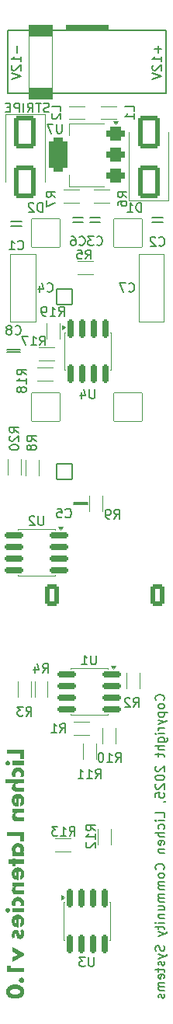
<source format=gbr>
%TF.GenerationSoftware,KiCad,Pcbnew,9.0.6*%
%TF.CreationDate,2025-12-17T11:18:06-05:00*%
%TF.ProjectId,active-vactrol-vca-board,61637469-7665-42d7-9661-6374726f6c2d,rev?*%
%TF.SameCoordinates,Original*%
%TF.FileFunction,Legend,Bot*%
%TF.FilePolarity,Positive*%
%FSLAX46Y46*%
G04 Gerber Fmt 4.6, Leading zero omitted, Abs format (unit mm)*
G04 Created by KiCad (PCBNEW 9.0.6) date 2025-12-17 11:18:06*
%MOMM*%
%LPD*%
G01*
G04 APERTURE LIST*
G04 Aperture macros list*
%AMRoundRect*
0 Rectangle with rounded corners*
0 $1 Rounding radius*
0 $2 $3 $4 $5 $6 $7 $8 $9 X,Y pos of 4 corners*
0 Add a 4 corners polygon primitive as box body*
4,1,4,$2,$3,$4,$5,$6,$7,$8,$9,$2,$3,0*
0 Add four circle primitives for the rounded corners*
1,1,$1+$1,$2,$3*
1,1,$1+$1,$4,$5*
1,1,$1+$1,$6,$7*
1,1,$1+$1,$8,$9*
0 Add four rect primitives between the rounded corners*
20,1,$1+$1,$2,$3,$4,$5,0*
20,1,$1+$1,$4,$5,$6,$7,0*
20,1,$1+$1,$6,$7,$8,$9,0*
20,1,$1+$1,$8,$9,$2,$3,0*%
G04 Aperture macros list end*
%ADD10C,0.200000*%
%ADD11C,0.150000*%
%ADD12C,0.125000*%
%ADD13C,0.120000*%
%ADD14C,0.152400*%
%ADD15C,0.127000*%
%ADD16C,0.100000*%
%ADD17R,1.930000X1.830000*%
%ADD18C,2.130000*%
%ADD19RoundRect,0.076200X-0.825000X0.825000X-0.825000X-0.825000X0.825000X-0.825000X0.825000X0.825000X0*%
%ADD20C,1.802400*%
%ADD21RoundRect,0.076200X-1.558000X1.558000X-1.558000X-1.558000X1.558000X-1.558000X1.558000X1.558000X0*%
%ADD22RoundRect,0.249630X0.535370X-0.895370X0.535370X0.895370X-0.535370X0.895370X-0.535370X-0.895370X0*%
%ADD23O,1.570000X2.290000*%
%ADD24R,1.000000X1.000000*%
%ADD25RoundRect,0.250000X-0.900000X1.500000X-0.900000X-1.500000X0.900000X-1.500000X0.900000X1.500000X0*%
%ADD26R,1.300000X0.700000*%
%ADD27RoundRect,0.150000X-0.150000X0.825000X-0.150000X-0.825000X0.150000X-0.825000X0.150000X0.825000X0*%
%ADD28RoundRect,0.150000X0.825000X0.150000X-0.825000X0.150000X-0.825000X-0.150000X0.825000X-0.150000X0*%
%ADD29C,1.600000*%
%ADD30RoundRect,0.250000X0.900000X-1.500000X0.900000X1.500000X-0.900000X1.500000X-0.900000X-1.500000X0*%
%ADD31C,2.032000*%
%ADD32RoundRect,0.375000X0.625000X0.375000X-0.625000X0.375000X-0.625000X-0.375000X0.625000X-0.375000X0*%
%ADD33RoundRect,0.500000X0.500000X1.400000X-0.500000X1.400000X-0.500000X-1.400000X0.500000X-1.400000X0*%
G04 APERTURE END LIST*
D10*
G36*
X101252605Y-189770202D02*
G01*
X102692173Y-189770202D01*
X102692173Y-190348080D01*
X103102501Y-190348080D01*
X103102501Y-189291486D01*
X101252605Y-189291486D01*
X101252605Y-189770202D01*
G37*
G36*
X101844161Y-190997766D02*
G01*
X103102501Y-190997766D01*
X103102501Y-190553244D01*
X101844161Y-190553244D01*
X101844161Y-190997766D01*
G37*
G36*
X101362026Y-190525889D02*
G01*
X101311927Y-190530829D01*
X101265428Y-190545444D01*
X101222778Y-190568802D01*
X101185820Y-190599299D01*
X101155262Y-190636269D01*
X101131964Y-190678907D01*
X101117344Y-190725484D01*
X101112410Y-190775505D01*
X101117349Y-190825605D01*
X101131964Y-190872103D01*
X101155267Y-190914722D01*
X101185820Y-190951605D01*
X101222790Y-190982163D01*
X101265428Y-191005460D01*
X101311932Y-191020156D01*
X101362026Y-191025122D01*
X101412135Y-191020158D01*
X101458731Y-191005460D01*
X101501279Y-190982170D01*
X101538232Y-190951605D01*
X101568724Y-190914734D01*
X101592087Y-190872103D01*
X101606703Y-190825605D01*
X101611642Y-190775505D01*
X101606707Y-190725484D01*
X101592087Y-190678907D01*
X101568729Y-190636258D01*
X101538232Y-190599299D01*
X101501291Y-190568796D01*
X101458731Y-190545444D01*
X101412140Y-190530826D01*
X101362026Y-190525889D01*
G37*
G36*
X102251284Y-192250976D02*
G01*
X102206368Y-192170938D01*
X102180751Y-192093330D01*
X102172424Y-192016641D01*
X102178052Y-191954079D01*
X102194543Y-191896962D01*
X102221389Y-191844748D01*
X102257374Y-191799509D01*
X102301594Y-191762338D01*
X102353545Y-191734113D01*
X102411341Y-191716762D01*
X102478033Y-191710711D01*
X102542486Y-191716705D01*
X102599956Y-191734113D01*
X102651971Y-191762103D01*
X102696019Y-191798333D01*
X102731814Y-191842692D01*
X102758851Y-191895679D01*
X102775449Y-191953905D01*
X102781077Y-192016641D01*
X102771729Y-192097595D01*
X102743536Y-192175119D01*
X102694844Y-192250976D01*
X103072474Y-192250976D01*
X103113036Y-192139602D01*
X103136127Y-192036196D01*
X103143533Y-191939384D01*
X103131757Y-191804844D01*
X103096837Y-191678120D01*
X103039757Y-191561242D01*
X102962839Y-191459813D01*
X102867382Y-191375242D01*
X102753722Y-191308932D01*
X102670822Y-191278000D01*
X102580668Y-191259032D01*
X102481986Y-191252512D01*
X102383042Y-191258731D01*
X102291987Y-191276865D01*
X102207686Y-191306474D01*
X102091532Y-191370646D01*
X101993760Y-191453615D01*
X101914396Y-191554878D01*
X101853565Y-191675662D01*
X101815924Y-191808057D01*
X101803129Y-191951565D01*
X101810948Y-192057905D01*
X101833963Y-192157274D01*
X101872051Y-192250976D01*
X102251284Y-192250976D01*
G37*
G36*
X101064538Y-192562142D02*
G01*
X101064538Y-193006664D01*
X102004446Y-193006664D01*
X101934785Y-193071247D01*
X101886227Y-193132207D01*
X101855061Y-193190350D01*
X101826902Y-193288502D01*
X101816806Y-193408550D01*
X101826153Y-193527068D01*
X101852159Y-193623829D01*
X101892912Y-193702939D01*
X101948132Y-193767480D01*
X102016871Y-193819024D01*
X102097276Y-193856743D01*
X102191584Y-193880473D01*
X102302682Y-193888869D01*
X103102501Y-193888869D01*
X103102501Y-193444347D01*
X102468522Y-193444347D01*
X102377706Y-193440205D01*
X102314436Y-193429601D01*
X102260908Y-193409233D01*
X102223822Y-193380661D01*
X102195400Y-193339103D01*
X102178312Y-193292381D01*
X102172424Y-193238969D01*
X102180603Y-193166917D01*
X102203312Y-193110657D01*
X102239743Y-193066503D01*
X102288043Y-193034654D01*
X102350711Y-193014163D01*
X102431871Y-193006664D01*
X103102501Y-193006664D01*
X103102501Y-192562142D01*
X101064538Y-192562142D01*
G37*
G36*
X102580009Y-194146178D02*
G01*
X102671317Y-194163512D01*
X102754683Y-194191593D01*
X102869355Y-194254051D01*
X102966045Y-194337345D01*
X103043603Y-194439919D01*
X103102394Y-194563880D01*
X103138013Y-194700759D01*
X103150372Y-194855384D01*
X103140088Y-195006295D01*
X103111291Y-195132422D01*
X103066140Y-195237912D01*
X103005458Y-195326115D01*
X102928671Y-195399380D01*
X102833864Y-195458886D01*
X102717925Y-195504535D01*
X102717925Y-195077324D01*
X102769896Y-195035880D01*
X102806020Y-194986971D01*
X102828058Y-194929214D01*
X102835787Y-194860085D01*
X102826998Y-194774355D01*
X102803039Y-194709358D01*
X102765558Y-194660180D01*
X102713435Y-194623951D01*
X102642996Y-194600326D01*
X102548558Y-194591556D01*
X102548558Y-195521632D01*
X102501862Y-195521632D01*
X102342327Y-195509492D01*
X102205656Y-195475043D01*
X102121098Y-195438718D01*
X102047332Y-195393844D01*
X101983181Y-195340404D01*
X101927787Y-195277939D01*
X101881535Y-195206451D01*
X101844268Y-195124875D01*
X101808758Y-194992343D01*
X101797457Y-194852712D01*
X102083519Y-194852712D01*
X102090031Y-194915796D01*
X102108810Y-194970518D01*
X102139726Y-195018660D01*
X102180868Y-195058798D01*
X102230036Y-195088824D01*
X102288683Y-195109060D01*
X102288683Y-194603737D01*
X102226645Y-194621144D01*
X102176913Y-194648433D01*
X102137268Y-194685482D01*
X102108108Y-194731346D01*
X102089956Y-194786307D01*
X102083519Y-194852712D01*
X101797457Y-194852712D01*
X101796290Y-194838287D01*
X101808780Y-194681905D01*
X101844268Y-194547958D01*
X101902958Y-194427824D01*
X101980617Y-194328796D01*
X102043182Y-194273496D01*
X102114516Y-194226993D01*
X102195612Y-194189135D01*
X102281259Y-194162457D01*
X102375487Y-194145918D01*
X102479529Y-194140195D01*
X102580009Y-194146178D01*
G37*
G36*
X101844161Y-195772958D02*
G01*
X101844161Y-196217480D01*
X102003591Y-196217480D01*
X101934291Y-196282040D01*
X101885970Y-196343000D01*
X101854954Y-196401166D01*
X101826875Y-196499312D01*
X101816806Y-196619367D01*
X101828224Y-196745688D01*
X101859762Y-196846009D01*
X101911685Y-196933404D01*
X101981258Y-197006507D01*
X102049014Y-197052010D01*
X102123590Y-197080024D01*
X102205031Y-197094486D01*
X102302682Y-197099685D01*
X103102501Y-197099685D01*
X103102501Y-196655163D01*
X102467133Y-196655163D01*
X102378397Y-196651355D01*
X102316359Y-196641593D01*
X102263337Y-196622335D01*
X102224356Y-196593935D01*
X102199071Y-196562511D01*
X102182682Y-196527898D01*
X102170393Y-196449786D01*
X102178594Y-196377751D01*
X102201369Y-196321491D01*
X102237927Y-196277320D01*
X102286296Y-196245475D01*
X102349068Y-196224981D01*
X102430375Y-196217480D01*
X103102501Y-196217480D01*
X103102501Y-195772958D01*
X101844161Y-195772958D01*
G37*
G36*
X101252605Y-198751256D02*
G01*
X102692173Y-198751256D01*
X102692173Y-199329134D01*
X103102501Y-199329134D01*
X103102501Y-198272540D01*
X101252605Y-198272540D01*
X101252605Y-198751256D01*
G37*
G36*
X102610826Y-199498650D02*
G01*
X102737800Y-199534191D01*
X102853413Y-199591870D01*
X102951726Y-199667655D01*
X103032489Y-199760632D01*
X103093097Y-199868438D01*
X103130654Y-199987785D01*
X103143533Y-200120832D01*
X103131724Y-200238373D01*
X103097811Y-200339597D01*
X103042286Y-200427889D01*
X102963267Y-200505408D01*
X103102501Y-200505408D01*
X103102501Y-200949930D01*
X101844161Y-200949930D01*
X101844161Y-200505408D01*
X101968756Y-200505408D01*
X101896094Y-200422921D01*
X101844948Y-200331853D01*
X101814469Y-200232390D01*
X102186101Y-200232390D01*
X102191695Y-200290040D01*
X102208327Y-200344269D01*
X102234944Y-200393700D01*
X102269877Y-200435203D01*
X102312394Y-200469461D01*
X102362307Y-200496752D01*
X102416725Y-200514270D01*
X102474613Y-200520154D01*
X102532148Y-200514249D01*
X102585530Y-200496752D01*
X102634383Y-200469543D01*
X102676785Y-200435203D01*
X102711741Y-200393704D01*
X102738441Y-200344269D01*
X102754993Y-200290045D01*
X102760561Y-200232390D01*
X102754937Y-200172602D01*
X102738441Y-200118054D01*
X102711746Y-200068599D01*
X102676785Y-200027012D01*
X102634143Y-199993095D01*
X102584248Y-199966745D01*
X102529579Y-199950252D01*
X102469591Y-199944626D01*
X102412177Y-199950249D01*
X102359956Y-199966745D01*
X102312060Y-199992960D01*
X102269877Y-200027012D01*
X102234939Y-200068603D01*
X102208327Y-200118054D01*
X102191751Y-200172607D01*
X102186101Y-200232390D01*
X101814469Y-200232390D01*
X101813857Y-200230392D01*
X101803129Y-200115917D01*
X101809212Y-200024061D01*
X101826968Y-199939518D01*
X101856022Y-199861171D01*
X101918690Y-199753641D01*
X101999958Y-199662739D01*
X102097869Y-199589100D01*
X102212602Y-199532909D01*
X102337118Y-199498153D01*
X102469591Y-199486427D01*
X102610826Y-199498650D01*
G37*
G36*
X102213457Y-201743230D02*
G01*
X103102501Y-201743230D01*
X103102501Y-201298709D01*
X102213457Y-201298709D01*
X102213457Y-201155094D01*
X101844161Y-201155094D01*
X101844161Y-201298709D01*
X101468027Y-201298709D01*
X101468027Y-201743230D01*
X101844161Y-201743230D01*
X101844161Y-201996266D01*
X102213457Y-201996266D01*
X102213457Y-201743230D01*
G37*
G36*
X102580009Y-202145864D02*
G01*
X102671317Y-202163198D01*
X102754683Y-202191279D01*
X102869355Y-202253737D01*
X102966045Y-202337031D01*
X103043603Y-202439605D01*
X103102394Y-202563566D01*
X103138013Y-202700445D01*
X103150372Y-202855070D01*
X103140088Y-203005981D01*
X103111291Y-203132108D01*
X103066140Y-203237598D01*
X103005458Y-203325800D01*
X102928671Y-203399066D01*
X102833864Y-203458572D01*
X102717925Y-203504221D01*
X102717925Y-203077010D01*
X102769896Y-203035566D01*
X102806020Y-202986657D01*
X102828058Y-202928900D01*
X102835787Y-202859771D01*
X102826998Y-202774041D01*
X102803039Y-202709044D01*
X102765558Y-202659866D01*
X102713435Y-202623637D01*
X102642996Y-202600012D01*
X102548558Y-202591242D01*
X102548558Y-203521318D01*
X102501862Y-203521318D01*
X102342327Y-203509178D01*
X102205656Y-203474729D01*
X102121098Y-203438404D01*
X102047332Y-203393530D01*
X101983181Y-203340090D01*
X101927787Y-203277625D01*
X101881535Y-203206137D01*
X101844268Y-203124561D01*
X101808758Y-202992029D01*
X101797457Y-202852398D01*
X102083519Y-202852398D01*
X102090031Y-202915482D01*
X102108810Y-202970204D01*
X102139726Y-203018346D01*
X102180868Y-203058484D01*
X102230036Y-203088510D01*
X102288683Y-203108746D01*
X102288683Y-202603423D01*
X102226645Y-202620830D01*
X102176913Y-202648119D01*
X102137268Y-202685168D01*
X102108108Y-202731032D01*
X102089956Y-202785993D01*
X102083519Y-202852398D01*
X101797457Y-202852398D01*
X101796290Y-202837973D01*
X101808780Y-202681591D01*
X101844268Y-202547644D01*
X101902958Y-202427510D01*
X101980617Y-202328482D01*
X102043182Y-202273182D01*
X102114516Y-202226679D01*
X102195612Y-202188821D01*
X102281259Y-202162143D01*
X102375487Y-202145604D01*
X102479529Y-202139881D01*
X102580009Y-202145864D01*
G37*
G36*
X101844161Y-203772644D02*
G01*
X101844161Y-204217166D01*
X102003591Y-204217166D01*
X101934291Y-204281726D01*
X101885970Y-204342686D01*
X101854954Y-204400852D01*
X101826875Y-204498998D01*
X101816806Y-204619053D01*
X101828224Y-204745374D01*
X101859762Y-204845695D01*
X101911685Y-204933090D01*
X101981258Y-205006193D01*
X102049014Y-205051696D01*
X102123590Y-205079710D01*
X102205031Y-205094172D01*
X102302682Y-205099371D01*
X103102501Y-205099371D01*
X103102501Y-204654849D01*
X102467133Y-204654849D01*
X102378397Y-204651041D01*
X102316359Y-204641279D01*
X102263337Y-204622021D01*
X102224356Y-204593621D01*
X102199071Y-204562197D01*
X102182682Y-204527584D01*
X102170393Y-204449472D01*
X102178594Y-204377437D01*
X102201369Y-204321177D01*
X102237927Y-204277006D01*
X102286296Y-204245160D01*
X102349068Y-204224667D01*
X102430375Y-204217166D01*
X103102501Y-204217166D01*
X103102501Y-203772644D01*
X101844161Y-203772644D01*
G37*
G36*
X102251284Y-206349162D02*
G01*
X102206368Y-206269123D01*
X102180751Y-206191516D01*
X102172424Y-206114826D01*
X102178052Y-206052265D01*
X102194543Y-205995147D01*
X102221389Y-205942933D01*
X102257374Y-205897694D01*
X102301594Y-205860524D01*
X102353545Y-205832298D01*
X102411341Y-205814948D01*
X102478033Y-205808897D01*
X102542486Y-205814890D01*
X102599956Y-205832298D01*
X102651971Y-205860289D01*
X102696019Y-205896519D01*
X102731814Y-205940877D01*
X102758851Y-205993865D01*
X102775449Y-206052091D01*
X102781077Y-206114826D01*
X102771729Y-206195780D01*
X102743536Y-206273305D01*
X102694844Y-206349162D01*
X103072474Y-206349162D01*
X103113036Y-206237787D01*
X103136127Y-206134382D01*
X103143533Y-206037569D01*
X103131757Y-205903030D01*
X103096837Y-205776306D01*
X103039757Y-205659428D01*
X102962839Y-205557998D01*
X102867382Y-205473428D01*
X102753722Y-205407117D01*
X102670822Y-205376186D01*
X102580668Y-205357218D01*
X102481986Y-205350697D01*
X102383042Y-205356917D01*
X102291987Y-205375051D01*
X102207686Y-205404660D01*
X102091532Y-205468832D01*
X101993760Y-205551801D01*
X101914396Y-205653063D01*
X101853565Y-205773848D01*
X101815924Y-205906242D01*
X101803129Y-206049751D01*
X101810948Y-206156091D01*
X101833963Y-206255460D01*
X101872051Y-206349162D01*
X102251284Y-206349162D01*
G37*
G36*
X101844161Y-207043300D02*
G01*
X103102501Y-207043300D01*
X103102501Y-206598778D01*
X101844161Y-206598778D01*
X101844161Y-207043300D01*
G37*
G36*
X101362026Y-206571423D02*
G01*
X101311927Y-206576363D01*
X101265428Y-206590978D01*
X101222778Y-206614336D01*
X101185820Y-206644833D01*
X101155262Y-206681803D01*
X101131964Y-206724441D01*
X101117344Y-206771018D01*
X101112410Y-206821039D01*
X101117349Y-206871138D01*
X101131964Y-206917637D01*
X101155267Y-206960256D01*
X101185820Y-206997138D01*
X101222790Y-207027697D01*
X101265428Y-207050994D01*
X101311932Y-207065690D01*
X101362026Y-207070655D01*
X101412135Y-207065692D01*
X101458731Y-207050994D01*
X101501279Y-207027703D01*
X101538232Y-206997138D01*
X101568724Y-206960268D01*
X101592087Y-206917637D01*
X101606703Y-206871138D01*
X101611642Y-206821039D01*
X101606707Y-206771018D01*
X101592087Y-206724441D01*
X101568729Y-206681792D01*
X101538232Y-206644833D01*
X101501291Y-206614330D01*
X101458731Y-206590978D01*
X101412140Y-206576360D01*
X101362026Y-206571423D01*
G37*
G36*
X102580009Y-207304028D02*
G01*
X102671317Y-207321362D01*
X102754683Y-207349443D01*
X102869355Y-207411902D01*
X102966045Y-207495195D01*
X103043603Y-207597770D01*
X103102394Y-207721731D01*
X103138013Y-207858609D01*
X103150372Y-208013234D01*
X103140088Y-208164146D01*
X103111291Y-208290273D01*
X103066140Y-208395763D01*
X103005458Y-208483965D01*
X102928671Y-208557231D01*
X102833864Y-208616737D01*
X102717925Y-208662386D01*
X102717925Y-208235175D01*
X102769896Y-208193730D01*
X102806020Y-208144822D01*
X102828058Y-208087065D01*
X102835787Y-208017936D01*
X102826998Y-207932205D01*
X102803039Y-207867208D01*
X102765558Y-207818030D01*
X102713435Y-207781802D01*
X102642996Y-207758177D01*
X102548558Y-207749406D01*
X102548558Y-208679483D01*
X102501862Y-208679483D01*
X102342327Y-208667343D01*
X102205656Y-208632894D01*
X102121098Y-208596569D01*
X102047332Y-208551694D01*
X101983181Y-208498255D01*
X101927787Y-208435790D01*
X101881535Y-208364301D01*
X101844268Y-208282726D01*
X101808758Y-208150193D01*
X101797458Y-208010563D01*
X102083519Y-208010563D01*
X102090031Y-208073647D01*
X102108810Y-208128369D01*
X102139726Y-208176511D01*
X102180868Y-208216648D01*
X102230036Y-208246675D01*
X102288683Y-208266911D01*
X102288683Y-207761588D01*
X102226645Y-207778994D01*
X102176913Y-207806284D01*
X102137268Y-207843333D01*
X102108108Y-207889197D01*
X102089956Y-207944157D01*
X102083519Y-208010563D01*
X101797458Y-208010563D01*
X101796290Y-207996137D01*
X101808780Y-207839756D01*
X101844268Y-207705809D01*
X101902958Y-207585675D01*
X101980617Y-207486647D01*
X102043182Y-207431347D01*
X102114516Y-207384843D01*
X102195612Y-207346986D01*
X102281259Y-207320308D01*
X102375487Y-207303769D01*
X102479529Y-207298046D01*
X102580009Y-207304028D01*
G37*
G36*
X102167936Y-209767493D02*
G01*
X102131630Y-209683856D01*
X102110795Y-209603943D01*
X102104036Y-209526639D01*
X102110670Y-209469080D01*
X102128613Y-209427049D01*
X102157854Y-209398312D01*
X102194970Y-209389009D01*
X102230554Y-209395099D01*
X102256306Y-209422134D01*
X102278532Y-209483576D01*
X102303109Y-209590433D01*
X102336536Y-209709648D01*
X102380790Y-209799447D01*
X102434435Y-209865694D01*
X102502204Y-209915619D01*
X102581725Y-209946000D01*
X102676358Y-209956629D01*
X102782692Y-209945289D01*
X102875217Y-209912497D01*
X102956541Y-209859780D01*
X103023854Y-209789826D01*
X103076361Y-209705209D01*
X103117140Y-209601011D01*
X103141773Y-209487313D01*
X103150372Y-209358341D01*
X103141711Y-209233556D01*
X103115524Y-209108909D01*
X103071035Y-208983317D01*
X103006864Y-208855796D01*
X102693775Y-209017363D01*
X102768217Y-209146626D01*
X102809211Y-209263715D01*
X102822110Y-209371805D01*
X102814877Y-209429429D01*
X102794968Y-209472677D01*
X102763517Y-209502602D01*
X102725939Y-209512107D01*
X102685227Y-209505909D01*
X102655628Y-209480050D01*
X102631051Y-209422241D01*
X102607542Y-209322651D01*
X102571022Y-209186940D01*
X102528867Y-209094176D01*
X102483055Y-209033712D01*
X102423235Y-208989143D01*
X102348608Y-208961307D01*
X102254917Y-208951325D01*
X102152692Y-208961432D01*
X102063858Y-208990542D01*
X101985349Y-209038368D01*
X101919709Y-209103382D01*
X101868114Y-209182980D01*
X101828453Y-209281084D01*
X101804649Y-209388928D01*
X101796290Y-209512962D01*
X101805280Y-209650225D01*
X101832219Y-209784716D01*
X101877501Y-209917520D01*
X102167936Y-209767493D01*
G37*
G36*
X101844161Y-211359117D02*
G01*
X102489253Y-211658101D01*
X101844161Y-211961893D01*
X101844161Y-212456745D01*
X103102501Y-211802571D01*
X103102501Y-211506151D01*
X101844161Y-210859351D01*
X101844161Y-211359117D01*
G37*
G36*
X101659514Y-213105896D02*
G01*
X101659514Y-212835764D01*
X101249186Y-212835764D01*
X101249186Y-213584612D01*
X103102501Y-213584612D01*
X103102501Y-213105896D01*
X101659514Y-213105896D01*
G37*
G36*
X102869874Y-214143684D02*
G01*
X102812420Y-214149249D01*
X102758317Y-214165803D01*
X102708747Y-214192314D01*
X102666313Y-214227139D01*
X102631392Y-214269650D01*
X102604871Y-214319142D01*
X102588322Y-214373274D01*
X102582752Y-214430914D01*
X102588322Y-214488553D01*
X102604871Y-214542685D01*
X102631403Y-214592248D01*
X102666313Y-214634689D01*
X102708758Y-214669575D01*
X102758317Y-214696024D01*
X102812420Y-214712578D01*
X102869874Y-214718143D01*
X102927514Y-214712573D01*
X102981646Y-214696024D01*
X103031224Y-214669580D01*
X103073756Y-214634689D01*
X103108581Y-214592255D01*
X103135092Y-214542685D01*
X103151641Y-214488553D01*
X103157211Y-214430914D01*
X103151641Y-214373274D01*
X103135092Y-214319142D01*
X103108593Y-214269643D01*
X103073756Y-214227139D01*
X103031235Y-214192309D01*
X102981646Y-214165803D01*
X102927514Y-214149254D01*
X102869874Y-214143684D01*
G37*
G36*
X102324410Y-214900975D02*
G01*
X102457683Y-214920431D01*
X102579225Y-214951731D01*
X102696280Y-214996442D01*
X102798845Y-215050457D01*
X102888467Y-215113511D01*
X102968409Y-215187939D01*
X103034389Y-215270238D01*
X103087327Y-215361097D01*
X103125768Y-215458834D01*
X103149195Y-215564130D01*
X103157211Y-215678460D01*
X103149250Y-215791165D01*
X103125874Y-215896076D01*
X103087327Y-215994541D01*
X103034267Y-216086146D01*
X102968272Y-216168418D01*
X102888467Y-216242127D01*
X102798923Y-216304492D01*
X102696360Y-216358122D01*
X102579225Y-216402732D01*
X102457678Y-216434091D01*
X102324406Y-216453583D01*
X102177980Y-216460327D01*
X102031555Y-216453583D01*
X101898283Y-216434091D01*
X101776735Y-216402732D01*
X101659633Y-216358069D01*
X101557522Y-216304432D01*
X101468775Y-216242127D01*
X101389769Y-216168495D01*
X101324217Y-216086225D01*
X101271305Y-215994541D01*
X101232697Y-215896071D01*
X101209287Y-215791161D01*
X101201314Y-215678460D01*
X101625320Y-215678460D01*
X101635422Y-215743437D01*
X101666032Y-215803375D01*
X101713602Y-215854807D01*
X101779513Y-215899118D01*
X101856989Y-215932713D01*
X101954758Y-215959706D01*
X102059707Y-215975933D01*
X102177980Y-215981612D01*
X102298390Y-215975884D01*
X102402592Y-215959706D01*
X102499320Y-215932824D01*
X102577729Y-215899118D01*
X102644649Y-215854735D01*
X102692493Y-215803375D01*
X102723103Y-215743437D01*
X102733205Y-215678460D01*
X102722981Y-215611640D01*
X102692493Y-215552370D01*
X102644805Y-215501705D01*
X102577729Y-215456520D01*
X102499234Y-215421918D01*
X102402592Y-215394757D01*
X102298394Y-215378659D01*
X102177980Y-215372958D01*
X102059703Y-215378610D01*
X101954758Y-215394757D01*
X101857077Y-215422031D01*
X101779513Y-215456520D01*
X101713446Y-215501632D01*
X101666032Y-215552370D01*
X101635544Y-215611640D01*
X101625320Y-215678460D01*
X101201314Y-215678460D01*
X101209342Y-215564135D01*
X101232804Y-215458839D01*
X101271305Y-215361097D01*
X101324096Y-215270160D01*
X101389633Y-215187863D01*
X101468775Y-215113511D01*
X101557601Y-215050516D01*
X101659714Y-214996494D01*
X101776735Y-214951731D01*
X101898278Y-214920431D01*
X102031551Y-214900975D01*
X102177980Y-214894242D01*
X102324410Y-214900975D01*
G37*
X118371980Y-183941101D02*
X118419600Y-183893482D01*
X118419600Y-183893482D02*
X118467219Y-183750625D01*
X118467219Y-183750625D02*
X118467219Y-183655387D01*
X118467219Y-183655387D02*
X118419600Y-183512530D01*
X118419600Y-183512530D02*
X118324361Y-183417292D01*
X118324361Y-183417292D02*
X118229123Y-183369673D01*
X118229123Y-183369673D02*
X118038647Y-183322054D01*
X118038647Y-183322054D02*
X117895790Y-183322054D01*
X117895790Y-183322054D02*
X117705314Y-183369673D01*
X117705314Y-183369673D02*
X117610076Y-183417292D01*
X117610076Y-183417292D02*
X117514838Y-183512530D01*
X117514838Y-183512530D02*
X117467219Y-183655387D01*
X117467219Y-183655387D02*
X117467219Y-183750625D01*
X117467219Y-183750625D02*
X117514838Y-183893482D01*
X117514838Y-183893482D02*
X117562457Y-183941101D01*
X118467219Y-184512530D02*
X118419600Y-184417292D01*
X118419600Y-184417292D02*
X118371980Y-184369673D01*
X118371980Y-184369673D02*
X118276742Y-184322054D01*
X118276742Y-184322054D02*
X117991028Y-184322054D01*
X117991028Y-184322054D02*
X117895790Y-184369673D01*
X117895790Y-184369673D02*
X117848171Y-184417292D01*
X117848171Y-184417292D02*
X117800552Y-184512530D01*
X117800552Y-184512530D02*
X117800552Y-184655387D01*
X117800552Y-184655387D02*
X117848171Y-184750625D01*
X117848171Y-184750625D02*
X117895790Y-184798244D01*
X117895790Y-184798244D02*
X117991028Y-184845863D01*
X117991028Y-184845863D02*
X118276742Y-184845863D01*
X118276742Y-184845863D02*
X118371980Y-184798244D01*
X118371980Y-184798244D02*
X118419600Y-184750625D01*
X118419600Y-184750625D02*
X118467219Y-184655387D01*
X118467219Y-184655387D02*
X118467219Y-184512530D01*
X117800552Y-185274435D02*
X118800552Y-185274435D01*
X117848171Y-185274435D02*
X117800552Y-185369673D01*
X117800552Y-185369673D02*
X117800552Y-185560149D01*
X117800552Y-185560149D02*
X117848171Y-185655387D01*
X117848171Y-185655387D02*
X117895790Y-185703006D01*
X117895790Y-185703006D02*
X117991028Y-185750625D01*
X117991028Y-185750625D02*
X118276742Y-185750625D01*
X118276742Y-185750625D02*
X118371980Y-185703006D01*
X118371980Y-185703006D02*
X118419600Y-185655387D01*
X118419600Y-185655387D02*
X118467219Y-185560149D01*
X118467219Y-185560149D02*
X118467219Y-185369673D01*
X118467219Y-185369673D02*
X118419600Y-185274435D01*
X117800552Y-186083959D02*
X118467219Y-186322054D01*
X117800552Y-186560149D02*
X118467219Y-186322054D01*
X118467219Y-186322054D02*
X118705314Y-186226816D01*
X118705314Y-186226816D02*
X118752933Y-186179197D01*
X118752933Y-186179197D02*
X118800552Y-186083959D01*
X118467219Y-186941102D02*
X117800552Y-186941102D01*
X117991028Y-186941102D02*
X117895790Y-186988721D01*
X117895790Y-186988721D02*
X117848171Y-187036340D01*
X117848171Y-187036340D02*
X117800552Y-187131578D01*
X117800552Y-187131578D02*
X117800552Y-187226816D01*
X118467219Y-187560150D02*
X117800552Y-187560150D01*
X117467219Y-187560150D02*
X117514838Y-187512531D01*
X117514838Y-187512531D02*
X117562457Y-187560150D01*
X117562457Y-187560150D02*
X117514838Y-187607769D01*
X117514838Y-187607769D02*
X117467219Y-187560150D01*
X117467219Y-187560150D02*
X117562457Y-187560150D01*
X117800552Y-188464911D02*
X118610076Y-188464911D01*
X118610076Y-188464911D02*
X118705314Y-188417292D01*
X118705314Y-188417292D02*
X118752933Y-188369673D01*
X118752933Y-188369673D02*
X118800552Y-188274435D01*
X118800552Y-188274435D02*
X118800552Y-188131578D01*
X118800552Y-188131578D02*
X118752933Y-188036340D01*
X118419600Y-188464911D02*
X118467219Y-188369673D01*
X118467219Y-188369673D02*
X118467219Y-188179197D01*
X118467219Y-188179197D02*
X118419600Y-188083959D01*
X118419600Y-188083959D02*
X118371980Y-188036340D01*
X118371980Y-188036340D02*
X118276742Y-187988721D01*
X118276742Y-187988721D02*
X117991028Y-187988721D01*
X117991028Y-187988721D02*
X117895790Y-188036340D01*
X117895790Y-188036340D02*
X117848171Y-188083959D01*
X117848171Y-188083959D02*
X117800552Y-188179197D01*
X117800552Y-188179197D02*
X117800552Y-188369673D01*
X117800552Y-188369673D02*
X117848171Y-188464911D01*
X118467219Y-188941102D02*
X117467219Y-188941102D01*
X118467219Y-189369673D02*
X117943409Y-189369673D01*
X117943409Y-189369673D02*
X117848171Y-189322054D01*
X117848171Y-189322054D02*
X117800552Y-189226816D01*
X117800552Y-189226816D02*
X117800552Y-189083959D01*
X117800552Y-189083959D02*
X117848171Y-188988721D01*
X117848171Y-188988721D02*
X117895790Y-188941102D01*
X117800552Y-189703007D02*
X117800552Y-190083959D01*
X117467219Y-189845864D02*
X118324361Y-189845864D01*
X118324361Y-189845864D02*
X118419600Y-189893483D01*
X118419600Y-189893483D02*
X118467219Y-189988721D01*
X118467219Y-189988721D02*
X118467219Y-190083959D01*
X117562457Y-191131579D02*
X117514838Y-191179198D01*
X117514838Y-191179198D02*
X117467219Y-191274436D01*
X117467219Y-191274436D02*
X117467219Y-191512531D01*
X117467219Y-191512531D02*
X117514838Y-191607769D01*
X117514838Y-191607769D02*
X117562457Y-191655388D01*
X117562457Y-191655388D02*
X117657695Y-191703007D01*
X117657695Y-191703007D02*
X117752933Y-191703007D01*
X117752933Y-191703007D02*
X117895790Y-191655388D01*
X117895790Y-191655388D02*
X118467219Y-191083960D01*
X118467219Y-191083960D02*
X118467219Y-191703007D01*
X117467219Y-192322055D02*
X117467219Y-192417293D01*
X117467219Y-192417293D02*
X117514838Y-192512531D01*
X117514838Y-192512531D02*
X117562457Y-192560150D01*
X117562457Y-192560150D02*
X117657695Y-192607769D01*
X117657695Y-192607769D02*
X117848171Y-192655388D01*
X117848171Y-192655388D02*
X118086266Y-192655388D01*
X118086266Y-192655388D02*
X118276742Y-192607769D01*
X118276742Y-192607769D02*
X118371980Y-192560150D01*
X118371980Y-192560150D02*
X118419600Y-192512531D01*
X118419600Y-192512531D02*
X118467219Y-192417293D01*
X118467219Y-192417293D02*
X118467219Y-192322055D01*
X118467219Y-192322055D02*
X118419600Y-192226817D01*
X118419600Y-192226817D02*
X118371980Y-192179198D01*
X118371980Y-192179198D02*
X118276742Y-192131579D01*
X118276742Y-192131579D02*
X118086266Y-192083960D01*
X118086266Y-192083960D02*
X117848171Y-192083960D01*
X117848171Y-192083960D02*
X117657695Y-192131579D01*
X117657695Y-192131579D02*
X117562457Y-192179198D01*
X117562457Y-192179198D02*
X117514838Y-192226817D01*
X117514838Y-192226817D02*
X117467219Y-192322055D01*
X117562457Y-193036341D02*
X117514838Y-193083960D01*
X117514838Y-193083960D02*
X117467219Y-193179198D01*
X117467219Y-193179198D02*
X117467219Y-193417293D01*
X117467219Y-193417293D02*
X117514838Y-193512531D01*
X117514838Y-193512531D02*
X117562457Y-193560150D01*
X117562457Y-193560150D02*
X117657695Y-193607769D01*
X117657695Y-193607769D02*
X117752933Y-193607769D01*
X117752933Y-193607769D02*
X117895790Y-193560150D01*
X117895790Y-193560150D02*
X118467219Y-192988722D01*
X118467219Y-192988722D02*
X118467219Y-193607769D01*
X117467219Y-194512531D02*
X117467219Y-194036341D01*
X117467219Y-194036341D02*
X117943409Y-193988722D01*
X117943409Y-193988722D02*
X117895790Y-194036341D01*
X117895790Y-194036341D02*
X117848171Y-194131579D01*
X117848171Y-194131579D02*
X117848171Y-194369674D01*
X117848171Y-194369674D02*
X117895790Y-194464912D01*
X117895790Y-194464912D02*
X117943409Y-194512531D01*
X117943409Y-194512531D02*
X118038647Y-194560150D01*
X118038647Y-194560150D02*
X118276742Y-194560150D01*
X118276742Y-194560150D02*
X118371980Y-194512531D01*
X118371980Y-194512531D02*
X118419600Y-194464912D01*
X118419600Y-194464912D02*
X118467219Y-194369674D01*
X118467219Y-194369674D02*
X118467219Y-194131579D01*
X118467219Y-194131579D02*
X118419600Y-194036341D01*
X118419600Y-194036341D02*
X118371980Y-193988722D01*
X118419600Y-195036341D02*
X118467219Y-195036341D01*
X118467219Y-195036341D02*
X118562457Y-194988722D01*
X118562457Y-194988722D02*
X118610076Y-194941103D01*
X118467219Y-196703007D02*
X118467219Y-196226817D01*
X118467219Y-196226817D02*
X117467219Y-196226817D01*
X118467219Y-197036341D02*
X117800552Y-197036341D01*
X117467219Y-197036341D02*
X117514838Y-196988722D01*
X117514838Y-196988722D02*
X117562457Y-197036341D01*
X117562457Y-197036341D02*
X117514838Y-197083960D01*
X117514838Y-197083960D02*
X117467219Y-197036341D01*
X117467219Y-197036341D02*
X117562457Y-197036341D01*
X118419600Y-197941102D02*
X118467219Y-197845864D01*
X118467219Y-197845864D02*
X118467219Y-197655388D01*
X118467219Y-197655388D02*
X118419600Y-197560150D01*
X118419600Y-197560150D02*
X118371980Y-197512531D01*
X118371980Y-197512531D02*
X118276742Y-197464912D01*
X118276742Y-197464912D02*
X117991028Y-197464912D01*
X117991028Y-197464912D02*
X117895790Y-197512531D01*
X117895790Y-197512531D02*
X117848171Y-197560150D01*
X117848171Y-197560150D02*
X117800552Y-197655388D01*
X117800552Y-197655388D02*
X117800552Y-197845864D01*
X117800552Y-197845864D02*
X117848171Y-197941102D01*
X118467219Y-198369674D02*
X117467219Y-198369674D01*
X118467219Y-198798245D02*
X117943409Y-198798245D01*
X117943409Y-198798245D02*
X117848171Y-198750626D01*
X117848171Y-198750626D02*
X117800552Y-198655388D01*
X117800552Y-198655388D02*
X117800552Y-198512531D01*
X117800552Y-198512531D02*
X117848171Y-198417293D01*
X117848171Y-198417293D02*
X117895790Y-198369674D01*
X118419600Y-199655388D02*
X118467219Y-199560150D01*
X118467219Y-199560150D02*
X118467219Y-199369674D01*
X118467219Y-199369674D02*
X118419600Y-199274436D01*
X118419600Y-199274436D02*
X118324361Y-199226817D01*
X118324361Y-199226817D02*
X117943409Y-199226817D01*
X117943409Y-199226817D02*
X117848171Y-199274436D01*
X117848171Y-199274436D02*
X117800552Y-199369674D01*
X117800552Y-199369674D02*
X117800552Y-199560150D01*
X117800552Y-199560150D02*
X117848171Y-199655388D01*
X117848171Y-199655388D02*
X117943409Y-199703007D01*
X117943409Y-199703007D02*
X118038647Y-199703007D01*
X118038647Y-199703007D02*
X118133885Y-199226817D01*
X117800552Y-200131579D02*
X118467219Y-200131579D01*
X117895790Y-200131579D02*
X117848171Y-200179198D01*
X117848171Y-200179198D02*
X117800552Y-200274436D01*
X117800552Y-200274436D02*
X117800552Y-200417293D01*
X117800552Y-200417293D02*
X117848171Y-200512531D01*
X117848171Y-200512531D02*
X117943409Y-200560150D01*
X117943409Y-200560150D02*
X118467219Y-200560150D01*
X118371980Y-202369674D02*
X118419600Y-202322055D01*
X118419600Y-202322055D02*
X118467219Y-202179198D01*
X118467219Y-202179198D02*
X118467219Y-202083960D01*
X118467219Y-202083960D02*
X118419600Y-201941103D01*
X118419600Y-201941103D02*
X118324361Y-201845865D01*
X118324361Y-201845865D02*
X118229123Y-201798246D01*
X118229123Y-201798246D02*
X118038647Y-201750627D01*
X118038647Y-201750627D02*
X117895790Y-201750627D01*
X117895790Y-201750627D02*
X117705314Y-201798246D01*
X117705314Y-201798246D02*
X117610076Y-201845865D01*
X117610076Y-201845865D02*
X117514838Y-201941103D01*
X117514838Y-201941103D02*
X117467219Y-202083960D01*
X117467219Y-202083960D02*
X117467219Y-202179198D01*
X117467219Y-202179198D02*
X117514838Y-202322055D01*
X117514838Y-202322055D02*
X117562457Y-202369674D01*
X118467219Y-202941103D02*
X118419600Y-202845865D01*
X118419600Y-202845865D02*
X118371980Y-202798246D01*
X118371980Y-202798246D02*
X118276742Y-202750627D01*
X118276742Y-202750627D02*
X117991028Y-202750627D01*
X117991028Y-202750627D02*
X117895790Y-202798246D01*
X117895790Y-202798246D02*
X117848171Y-202845865D01*
X117848171Y-202845865D02*
X117800552Y-202941103D01*
X117800552Y-202941103D02*
X117800552Y-203083960D01*
X117800552Y-203083960D02*
X117848171Y-203179198D01*
X117848171Y-203179198D02*
X117895790Y-203226817D01*
X117895790Y-203226817D02*
X117991028Y-203274436D01*
X117991028Y-203274436D02*
X118276742Y-203274436D01*
X118276742Y-203274436D02*
X118371980Y-203226817D01*
X118371980Y-203226817D02*
X118419600Y-203179198D01*
X118419600Y-203179198D02*
X118467219Y-203083960D01*
X118467219Y-203083960D02*
X118467219Y-202941103D01*
X118467219Y-203703008D02*
X117800552Y-203703008D01*
X117895790Y-203703008D02*
X117848171Y-203750627D01*
X117848171Y-203750627D02*
X117800552Y-203845865D01*
X117800552Y-203845865D02*
X117800552Y-203988722D01*
X117800552Y-203988722D02*
X117848171Y-204083960D01*
X117848171Y-204083960D02*
X117943409Y-204131579D01*
X117943409Y-204131579D02*
X118467219Y-204131579D01*
X117943409Y-204131579D02*
X117848171Y-204179198D01*
X117848171Y-204179198D02*
X117800552Y-204274436D01*
X117800552Y-204274436D02*
X117800552Y-204417293D01*
X117800552Y-204417293D02*
X117848171Y-204512532D01*
X117848171Y-204512532D02*
X117943409Y-204560151D01*
X117943409Y-204560151D02*
X118467219Y-204560151D01*
X118467219Y-205036341D02*
X117800552Y-205036341D01*
X117895790Y-205036341D02*
X117848171Y-205083960D01*
X117848171Y-205083960D02*
X117800552Y-205179198D01*
X117800552Y-205179198D02*
X117800552Y-205322055D01*
X117800552Y-205322055D02*
X117848171Y-205417293D01*
X117848171Y-205417293D02*
X117943409Y-205464912D01*
X117943409Y-205464912D02*
X118467219Y-205464912D01*
X117943409Y-205464912D02*
X117848171Y-205512531D01*
X117848171Y-205512531D02*
X117800552Y-205607769D01*
X117800552Y-205607769D02*
X117800552Y-205750626D01*
X117800552Y-205750626D02*
X117848171Y-205845865D01*
X117848171Y-205845865D02*
X117943409Y-205893484D01*
X117943409Y-205893484D02*
X118467219Y-205893484D01*
X117800552Y-206798245D02*
X118467219Y-206798245D01*
X117800552Y-206369674D02*
X118324361Y-206369674D01*
X118324361Y-206369674D02*
X118419600Y-206417293D01*
X118419600Y-206417293D02*
X118467219Y-206512531D01*
X118467219Y-206512531D02*
X118467219Y-206655388D01*
X118467219Y-206655388D02*
X118419600Y-206750626D01*
X118419600Y-206750626D02*
X118371980Y-206798245D01*
X117800552Y-207274436D02*
X118467219Y-207274436D01*
X117895790Y-207274436D02*
X117848171Y-207322055D01*
X117848171Y-207322055D02*
X117800552Y-207417293D01*
X117800552Y-207417293D02*
X117800552Y-207560150D01*
X117800552Y-207560150D02*
X117848171Y-207655388D01*
X117848171Y-207655388D02*
X117943409Y-207703007D01*
X117943409Y-207703007D02*
X118467219Y-207703007D01*
X118467219Y-208179198D02*
X117800552Y-208179198D01*
X117467219Y-208179198D02*
X117514838Y-208131579D01*
X117514838Y-208131579D02*
X117562457Y-208179198D01*
X117562457Y-208179198D02*
X117514838Y-208226817D01*
X117514838Y-208226817D02*
X117467219Y-208179198D01*
X117467219Y-208179198D02*
X117562457Y-208179198D01*
X117800552Y-208512531D02*
X117800552Y-208893483D01*
X117467219Y-208655388D02*
X118324361Y-208655388D01*
X118324361Y-208655388D02*
X118419600Y-208703007D01*
X118419600Y-208703007D02*
X118467219Y-208798245D01*
X118467219Y-208798245D02*
X118467219Y-208893483D01*
X117800552Y-209131579D02*
X118467219Y-209369674D01*
X117800552Y-209607769D02*
X118467219Y-209369674D01*
X118467219Y-209369674D02*
X118705314Y-209274436D01*
X118705314Y-209274436D02*
X118752933Y-209226817D01*
X118752933Y-209226817D02*
X118800552Y-209131579D01*
X118419600Y-210703008D02*
X118467219Y-210845865D01*
X118467219Y-210845865D02*
X118467219Y-211083960D01*
X118467219Y-211083960D02*
X118419600Y-211179198D01*
X118419600Y-211179198D02*
X118371980Y-211226817D01*
X118371980Y-211226817D02*
X118276742Y-211274436D01*
X118276742Y-211274436D02*
X118181504Y-211274436D01*
X118181504Y-211274436D02*
X118086266Y-211226817D01*
X118086266Y-211226817D02*
X118038647Y-211179198D01*
X118038647Y-211179198D02*
X117991028Y-211083960D01*
X117991028Y-211083960D02*
X117943409Y-210893484D01*
X117943409Y-210893484D02*
X117895790Y-210798246D01*
X117895790Y-210798246D02*
X117848171Y-210750627D01*
X117848171Y-210750627D02*
X117752933Y-210703008D01*
X117752933Y-210703008D02*
X117657695Y-210703008D01*
X117657695Y-210703008D02*
X117562457Y-210750627D01*
X117562457Y-210750627D02*
X117514838Y-210798246D01*
X117514838Y-210798246D02*
X117467219Y-210893484D01*
X117467219Y-210893484D02*
X117467219Y-211131579D01*
X117467219Y-211131579D02*
X117514838Y-211274436D01*
X117800552Y-211607770D02*
X118467219Y-211845865D01*
X117800552Y-212083960D02*
X118467219Y-211845865D01*
X118467219Y-211845865D02*
X118705314Y-211750627D01*
X118705314Y-211750627D02*
X118752933Y-211703008D01*
X118752933Y-211703008D02*
X118800552Y-211607770D01*
X118419600Y-212417294D02*
X118467219Y-212512532D01*
X118467219Y-212512532D02*
X118467219Y-212703008D01*
X118467219Y-212703008D02*
X118419600Y-212798246D01*
X118419600Y-212798246D02*
X118324361Y-212845865D01*
X118324361Y-212845865D02*
X118276742Y-212845865D01*
X118276742Y-212845865D02*
X118181504Y-212798246D01*
X118181504Y-212798246D02*
X118133885Y-212703008D01*
X118133885Y-212703008D02*
X118133885Y-212560151D01*
X118133885Y-212560151D02*
X118086266Y-212464913D01*
X118086266Y-212464913D02*
X117991028Y-212417294D01*
X117991028Y-212417294D02*
X117943409Y-212417294D01*
X117943409Y-212417294D02*
X117848171Y-212464913D01*
X117848171Y-212464913D02*
X117800552Y-212560151D01*
X117800552Y-212560151D02*
X117800552Y-212703008D01*
X117800552Y-212703008D02*
X117848171Y-212798246D01*
X117800552Y-213131580D02*
X117800552Y-213512532D01*
X117467219Y-213274437D02*
X118324361Y-213274437D01*
X118324361Y-213274437D02*
X118419600Y-213322056D01*
X118419600Y-213322056D02*
X118467219Y-213417294D01*
X118467219Y-213417294D02*
X118467219Y-213512532D01*
X118419600Y-214226818D02*
X118467219Y-214131580D01*
X118467219Y-214131580D02*
X118467219Y-213941104D01*
X118467219Y-213941104D02*
X118419600Y-213845866D01*
X118419600Y-213845866D02*
X118324361Y-213798247D01*
X118324361Y-213798247D02*
X117943409Y-213798247D01*
X117943409Y-213798247D02*
X117848171Y-213845866D01*
X117848171Y-213845866D02*
X117800552Y-213941104D01*
X117800552Y-213941104D02*
X117800552Y-214131580D01*
X117800552Y-214131580D02*
X117848171Y-214226818D01*
X117848171Y-214226818D02*
X117943409Y-214274437D01*
X117943409Y-214274437D02*
X118038647Y-214274437D01*
X118038647Y-214274437D02*
X118133885Y-213798247D01*
X118467219Y-214703009D02*
X117800552Y-214703009D01*
X117895790Y-214703009D02*
X117848171Y-214750628D01*
X117848171Y-214750628D02*
X117800552Y-214845866D01*
X117800552Y-214845866D02*
X117800552Y-214988723D01*
X117800552Y-214988723D02*
X117848171Y-215083961D01*
X117848171Y-215083961D02*
X117943409Y-215131580D01*
X117943409Y-215131580D02*
X118467219Y-215131580D01*
X117943409Y-215131580D02*
X117848171Y-215179199D01*
X117848171Y-215179199D02*
X117800552Y-215274437D01*
X117800552Y-215274437D02*
X117800552Y-215417294D01*
X117800552Y-215417294D02*
X117848171Y-215512533D01*
X117848171Y-215512533D02*
X117943409Y-215560152D01*
X117943409Y-215560152D02*
X118467219Y-215560152D01*
X118419600Y-215988723D02*
X118467219Y-216083961D01*
X118467219Y-216083961D02*
X118467219Y-216274437D01*
X118467219Y-216274437D02*
X118419600Y-216369675D01*
X118419600Y-216369675D02*
X118324361Y-216417294D01*
X118324361Y-216417294D02*
X118276742Y-216417294D01*
X118276742Y-216417294D02*
X118181504Y-216369675D01*
X118181504Y-216369675D02*
X118133885Y-216274437D01*
X118133885Y-216274437D02*
X118133885Y-216131580D01*
X118133885Y-216131580D02*
X118086266Y-216036342D01*
X118086266Y-216036342D02*
X117991028Y-215988723D01*
X117991028Y-215988723D02*
X117943409Y-215988723D01*
X117943409Y-215988723D02*
X117848171Y-216036342D01*
X117848171Y-216036342D02*
X117800552Y-216131580D01*
X117800552Y-216131580D02*
X117800552Y-216274437D01*
X117800552Y-216274437D02*
X117848171Y-216369675D01*
D11*
X110942857Y-192454819D02*
X111276190Y-191978628D01*
X111514285Y-192454819D02*
X111514285Y-191454819D01*
X111514285Y-191454819D02*
X111133333Y-191454819D01*
X111133333Y-191454819D02*
X111038095Y-191502438D01*
X111038095Y-191502438D02*
X110990476Y-191550057D01*
X110990476Y-191550057D02*
X110942857Y-191645295D01*
X110942857Y-191645295D02*
X110942857Y-191788152D01*
X110942857Y-191788152D02*
X110990476Y-191883390D01*
X110990476Y-191883390D02*
X111038095Y-191931009D01*
X111038095Y-191931009D02*
X111133333Y-191978628D01*
X111133333Y-191978628D02*
X111514285Y-191978628D01*
X109990476Y-192454819D02*
X110561904Y-192454819D01*
X110276190Y-192454819D02*
X110276190Y-191454819D01*
X110276190Y-191454819D02*
X110371428Y-191597676D01*
X110371428Y-191597676D02*
X110466666Y-191692914D01*
X110466666Y-191692914D02*
X110561904Y-191740533D01*
X109038095Y-192454819D02*
X109609523Y-192454819D01*
X109323809Y-192454819D02*
X109323809Y-191454819D01*
X109323809Y-191454819D02*
X109419047Y-191597676D01*
X109419047Y-191597676D02*
X109514285Y-191692914D01*
X109514285Y-191692914D02*
X109609523Y-191740533D01*
X105138094Y-130704819D02*
X105138094Y-129704819D01*
X105138094Y-129704819D02*
X104899999Y-129704819D01*
X104899999Y-129704819D02*
X104757142Y-129752438D01*
X104757142Y-129752438D02*
X104661904Y-129847676D01*
X104661904Y-129847676D02*
X104614285Y-129942914D01*
X104614285Y-129942914D02*
X104566666Y-130133390D01*
X104566666Y-130133390D02*
X104566666Y-130276247D01*
X104566666Y-130276247D02*
X104614285Y-130466723D01*
X104614285Y-130466723D02*
X104661904Y-130561961D01*
X104661904Y-130561961D02*
X104757142Y-130657200D01*
X104757142Y-130657200D02*
X104899999Y-130704819D01*
X104899999Y-130704819D02*
X105138094Y-130704819D01*
X104185713Y-129800057D02*
X104138094Y-129752438D01*
X104138094Y-129752438D02*
X104042856Y-129704819D01*
X104042856Y-129704819D02*
X103804761Y-129704819D01*
X103804761Y-129704819D02*
X103709523Y-129752438D01*
X103709523Y-129752438D02*
X103661904Y-129800057D01*
X103661904Y-129800057D02*
X103614285Y-129895295D01*
X103614285Y-129895295D02*
X103614285Y-129990533D01*
X103614285Y-129990533D02*
X103661904Y-130133390D01*
X103661904Y-130133390D02*
X104233332Y-130704819D01*
X104233332Y-130704819D02*
X103614285Y-130704819D01*
X102554819Y-154757142D02*
X102078628Y-154423809D01*
X102554819Y-154185714D02*
X101554819Y-154185714D01*
X101554819Y-154185714D02*
X101554819Y-154566666D01*
X101554819Y-154566666D02*
X101602438Y-154661904D01*
X101602438Y-154661904D02*
X101650057Y-154709523D01*
X101650057Y-154709523D02*
X101745295Y-154757142D01*
X101745295Y-154757142D02*
X101888152Y-154757142D01*
X101888152Y-154757142D02*
X101983390Y-154709523D01*
X101983390Y-154709523D02*
X102031009Y-154661904D01*
X102031009Y-154661904D02*
X102078628Y-154566666D01*
X102078628Y-154566666D02*
X102078628Y-154185714D01*
X101650057Y-155138095D02*
X101602438Y-155185714D01*
X101602438Y-155185714D02*
X101554819Y-155280952D01*
X101554819Y-155280952D02*
X101554819Y-155519047D01*
X101554819Y-155519047D02*
X101602438Y-155614285D01*
X101602438Y-155614285D02*
X101650057Y-155661904D01*
X101650057Y-155661904D02*
X101745295Y-155709523D01*
X101745295Y-155709523D02*
X101840533Y-155709523D01*
X101840533Y-155709523D02*
X101983390Y-155661904D01*
X101983390Y-155661904D02*
X102554819Y-155090476D01*
X102554819Y-155090476D02*
X102554819Y-155709523D01*
X101554819Y-156328571D02*
X101554819Y-156423809D01*
X101554819Y-156423809D02*
X101602438Y-156519047D01*
X101602438Y-156519047D02*
X101650057Y-156566666D01*
X101650057Y-156566666D02*
X101745295Y-156614285D01*
X101745295Y-156614285D02*
X101935771Y-156661904D01*
X101935771Y-156661904D02*
X102173866Y-156661904D01*
X102173866Y-156661904D02*
X102364342Y-156614285D01*
X102364342Y-156614285D02*
X102459580Y-156566666D01*
X102459580Y-156566666D02*
X102507200Y-156519047D01*
X102507200Y-156519047D02*
X102554819Y-156423809D01*
X102554819Y-156423809D02*
X102554819Y-156328571D01*
X102554819Y-156328571D02*
X102507200Y-156233333D01*
X102507200Y-156233333D02*
X102459580Y-156185714D01*
X102459580Y-156185714D02*
X102364342Y-156138095D01*
X102364342Y-156138095D02*
X102173866Y-156090476D01*
X102173866Y-156090476D02*
X101935771Y-156090476D01*
X101935771Y-156090476D02*
X101745295Y-156138095D01*
X101745295Y-156138095D02*
X101650057Y-156185714D01*
X101650057Y-156185714D02*
X101602438Y-156233333D01*
X101602438Y-156233333D02*
X101554819Y-156328571D01*
X105166666Y-180954819D02*
X105499999Y-180478628D01*
X105738094Y-180954819D02*
X105738094Y-179954819D01*
X105738094Y-179954819D02*
X105357142Y-179954819D01*
X105357142Y-179954819D02*
X105261904Y-180002438D01*
X105261904Y-180002438D02*
X105214285Y-180050057D01*
X105214285Y-180050057D02*
X105166666Y-180145295D01*
X105166666Y-180145295D02*
X105166666Y-180288152D01*
X105166666Y-180288152D02*
X105214285Y-180383390D01*
X105214285Y-180383390D02*
X105261904Y-180431009D01*
X105261904Y-180431009D02*
X105357142Y-180478628D01*
X105357142Y-180478628D02*
X105738094Y-180478628D01*
X104309523Y-180288152D02*
X104309523Y-180954819D01*
X104547618Y-179907200D02*
X104785713Y-180621485D01*
X104785713Y-180621485D02*
X104166666Y-180621485D01*
X107154819Y-119733333D02*
X107154819Y-119257143D01*
X107154819Y-119257143D02*
X106154819Y-119257143D01*
X106250057Y-120019048D02*
X106202438Y-120066667D01*
X106202438Y-120066667D02*
X106154819Y-120161905D01*
X106154819Y-120161905D02*
X106154819Y-120400000D01*
X106154819Y-120400000D02*
X106202438Y-120495238D01*
X106202438Y-120495238D02*
X106250057Y-120542857D01*
X106250057Y-120542857D02*
X106345295Y-120590476D01*
X106345295Y-120590476D02*
X106440533Y-120590476D01*
X106440533Y-120590476D02*
X106583390Y-120542857D01*
X106583390Y-120542857D02*
X107154819Y-119971429D01*
X107154819Y-119971429D02*
X107154819Y-120590476D01*
X109166666Y-134274580D02*
X109214285Y-134322200D01*
X109214285Y-134322200D02*
X109357142Y-134369819D01*
X109357142Y-134369819D02*
X109452380Y-134369819D01*
X109452380Y-134369819D02*
X109595237Y-134322200D01*
X109595237Y-134322200D02*
X109690475Y-134226961D01*
X109690475Y-134226961D02*
X109738094Y-134131723D01*
X109738094Y-134131723D02*
X109785713Y-133941247D01*
X109785713Y-133941247D02*
X109785713Y-133798390D01*
X109785713Y-133798390D02*
X109738094Y-133607914D01*
X109738094Y-133607914D02*
X109690475Y-133512676D01*
X109690475Y-133512676D02*
X109595237Y-133417438D01*
X109595237Y-133417438D02*
X109452380Y-133369819D01*
X109452380Y-133369819D02*
X109357142Y-133369819D01*
X109357142Y-133369819D02*
X109214285Y-133417438D01*
X109214285Y-133417438D02*
X109166666Y-133465057D01*
X108309523Y-133369819D02*
X108499999Y-133369819D01*
X108499999Y-133369819D02*
X108595237Y-133417438D01*
X108595237Y-133417438D02*
X108642856Y-133465057D01*
X108642856Y-133465057D02*
X108738094Y-133607914D01*
X108738094Y-133607914D02*
X108785713Y-133798390D01*
X108785713Y-133798390D02*
X108785713Y-134179342D01*
X108785713Y-134179342D02*
X108738094Y-134274580D01*
X108738094Y-134274580D02*
X108690475Y-134322200D01*
X108690475Y-134322200D02*
X108595237Y-134369819D01*
X108595237Y-134369819D02*
X108404761Y-134369819D01*
X108404761Y-134369819D02*
X108309523Y-134322200D01*
X108309523Y-134322200D02*
X108261904Y-134274580D01*
X108261904Y-134274580D02*
X108214285Y-134179342D01*
X108214285Y-134179342D02*
X108214285Y-133941247D01*
X108214285Y-133941247D02*
X108261904Y-133846009D01*
X108261904Y-133846009D02*
X108309523Y-133798390D01*
X108309523Y-133798390D02*
X108404761Y-133750771D01*
X108404761Y-133750771D02*
X108595237Y-133750771D01*
X108595237Y-133750771D02*
X108690475Y-133798390D01*
X108690475Y-133798390D02*
X108738094Y-133846009D01*
X108738094Y-133846009D02*
X108785713Y-133941247D01*
X115154819Y-119733333D02*
X115154819Y-119257143D01*
X115154819Y-119257143D02*
X114154819Y-119257143D01*
X115154819Y-120590476D02*
X115154819Y-120019048D01*
X115154819Y-120304762D02*
X114154819Y-120304762D01*
X114154819Y-120304762D02*
X114297676Y-120209524D01*
X114297676Y-120209524D02*
X114392914Y-120114286D01*
X114392914Y-120114286D02*
X114440533Y-120019048D01*
X114354819Y-129133333D02*
X113878628Y-128800000D01*
X114354819Y-128561905D02*
X113354819Y-128561905D01*
X113354819Y-128561905D02*
X113354819Y-128942857D01*
X113354819Y-128942857D02*
X113402438Y-129038095D01*
X113402438Y-129038095D02*
X113450057Y-129085714D01*
X113450057Y-129085714D02*
X113545295Y-129133333D01*
X113545295Y-129133333D02*
X113688152Y-129133333D01*
X113688152Y-129133333D02*
X113783390Y-129085714D01*
X113783390Y-129085714D02*
X113831009Y-129038095D01*
X113831009Y-129038095D02*
X113878628Y-128942857D01*
X113878628Y-128942857D02*
X113878628Y-128561905D01*
X113354819Y-129990476D02*
X113354819Y-129800000D01*
X113354819Y-129800000D02*
X113402438Y-129704762D01*
X113402438Y-129704762D02*
X113450057Y-129657143D01*
X113450057Y-129657143D02*
X113592914Y-129561905D01*
X113592914Y-129561905D02*
X113783390Y-129514286D01*
X113783390Y-129514286D02*
X114164342Y-129514286D01*
X114164342Y-129514286D02*
X114259580Y-129561905D01*
X114259580Y-129561905D02*
X114307200Y-129609524D01*
X114307200Y-129609524D02*
X114354819Y-129704762D01*
X114354819Y-129704762D02*
X114354819Y-129895238D01*
X114354819Y-129895238D02*
X114307200Y-129990476D01*
X114307200Y-129990476D02*
X114259580Y-130038095D01*
X114259580Y-130038095D02*
X114164342Y-130085714D01*
X114164342Y-130085714D02*
X113926247Y-130085714D01*
X113926247Y-130085714D02*
X113831009Y-130038095D01*
X113831009Y-130038095D02*
X113783390Y-129990476D01*
X113783390Y-129990476D02*
X113735771Y-129895238D01*
X113735771Y-129895238D02*
X113735771Y-129704762D01*
X113735771Y-129704762D02*
X113783390Y-129609524D01*
X113783390Y-129609524D02*
X113831009Y-129561905D01*
X113831009Y-129561905D02*
X113926247Y-129514286D01*
X102466666Y-134744580D02*
X102514285Y-134792200D01*
X102514285Y-134792200D02*
X102657142Y-134839819D01*
X102657142Y-134839819D02*
X102752380Y-134839819D01*
X102752380Y-134839819D02*
X102895237Y-134792200D01*
X102895237Y-134792200D02*
X102990475Y-134696961D01*
X102990475Y-134696961D02*
X103038094Y-134601723D01*
X103038094Y-134601723D02*
X103085713Y-134411247D01*
X103085713Y-134411247D02*
X103085713Y-134268390D01*
X103085713Y-134268390D02*
X103038094Y-134077914D01*
X103038094Y-134077914D02*
X102990475Y-133982676D01*
X102990475Y-133982676D02*
X102895237Y-133887438D01*
X102895237Y-133887438D02*
X102752380Y-133839819D01*
X102752380Y-133839819D02*
X102657142Y-133839819D01*
X102657142Y-133839819D02*
X102514285Y-133887438D01*
X102514285Y-133887438D02*
X102466666Y-133935057D01*
X101514285Y-134839819D02*
X102085713Y-134839819D01*
X101799999Y-134839819D02*
X101799999Y-133839819D01*
X101799999Y-133839819D02*
X101895237Y-133982676D01*
X101895237Y-133982676D02*
X101990475Y-134077914D01*
X101990475Y-134077914D02*
X102085713Y-134125533D01*
X103354819Y-148469642D02*
X102878628Y-148136309D01*
X103354819Y-147898214D02*
X102354819Y-147898214D01*
X102354819Y-147898214D02*
X102354819Y-148279166D01*
X102354819Y-148279166D02*
X102402438Y-148374404D01*
X102402438Y-148374404D02*
X102450057Y-148422023D01*
X102450057Y-148422023D02*
X102545295Y-148469642D01*
X102545295Y-148469642D02*
X102688152Y-148469642D01*
X102688152Y-148469642D02*
X102783390Y-148422023D01*
X102783390Y-148422023D02*
X102831009Y-148374404D01*
X102831009Y-148374404D02*
X102878628Y-148279166D01*
X102878628Y-148279166D02*
X102878628Y-147898214D01*
X103354819Y-149422023D02*
X103354819Y-148850595D01*
X103354819Y-149136309D02*
X102354819Y-149136309D01*
X102354819Y-149136309D02*
X102497676Y-149041071D01*
X102497676Y-149041071D02*
X102592914Y-148945833D01*
X102592914Y-148945833D02*
X102640533Y-148850595D01*
X102783390Y-149993452D02*
X102735771Y-149898214D01*
X102735771Y-149898214D02*
X102688152Y-149850595D01*
X102688152Y-149850595D02*
X102592914Y-149802976D01*
X102592914Y-149802976D02*
X102545295Y-149802976D01*
X102545295Y-149802976D02*
X102450057Y-149850595D01*
X102450057Y-149850595D02*
X102402438Y-149898214D01*
X102402438Y-149898214D02*
X102354819Y-149993452D01*
X102354819Y-149993452D02*
X102354819Y-150183928D01*
X102354819Y-150183928D02*
X102402438Y-150279166D01*
X102402438Y-150279166D02*
X102450057Y-150326785D01*
X102450057Y-150326785D02*
X102545295Y-150374404D01*
X102545295Y-150374404D02*
X102592914Y-150374404D01*
X102592914Y-150374404D02*
X102688152Y-150326785D01*
X102688152Y-150326785D02*
X102735771Y-150279166D01*
X102735771Y-150279166D02*
X102783390Y-150183928D01*
X102783390Y-150183928D02*
X102783390Y-149993452D01*
X102783390Y-149993452D02*
X102831009Y-149898214D01*
X102831009Y-149898214D02*
X102878628Y-149850595D01*
X102878628Y-149850595D02*
X102973866Y-149802976D01*
X102973866Y-149802976D02*
X103164342Y-149802976D01*
X103164342Y-149802976D02*
X103259580Y-149850595D01*
X103259580Y-149850595D02*
X103307200Y-149898214D01*
X103307200Y-149898214D02*
X103354819Y-149993452D01*
X103354819Y-149993452D02*
X103354819Y-150183928D01*
X103354819Y-150183928D02*
X103307200Y-150279166D01*
X103307200Y-150279166D02*
X103259580Y-150326785D01*
X103259580Y-150326785D02*
X103164342Y-150374404D01*
X103164342Y-150374404D02*
X102973866Y-150374404D01*
X102973866Y-150374404D02*
X102878628Y-150326785D01*
X102878628Y-150326785D02*
X102831009Y-150279166D01*
X102831009Y-150279166D02*
X102783390Y-150183928D01*
X108092857Y-198704819D02*
X108426190Y-198228628D01*
X108664285Y-198704819D02*
X108664285Y-197704819D01*
X108664285Y-197704819D02*
X108283333Y-197704819D01*
X108283333Y-197704819D02*
X108188095Y-197752438D01*
X108188095Y-197752438D02*
X108140476Y-197800057D01*
X108140476Y-197800057D02*
X108092857Y-197895295D01*
X108092857Y-197895295D02*
X108092857Y-198038152D01*
X108092857Y-198038152D02*
X108140476Y-198133390D01*
X108140476Y-198133390D02*
X108188095Y-198181009D01*
X108188095Y-198181009D02*
X108283333Y-198228628D01*
X108283333Y-198228628D02*
X108664285Y-198228628D01*
X107140476Y-198704819D02*
X107711904Y-198704819D01*
X107426190Y-198704819D02*
X107426190Y-197704819D01*
X107426190Y-197704819D02*
X107521428Y-197847676D01*
X107521428Y-197847676D02*
X107616666Y-197942914D01*
X107616666Y-197942914D02*
X107711904Y-197990533D01*
X106807142Y-197704819D02*
X106188095Y-197704819D01*
X106188095Y-197704819D02*
X106521428Y-198085771D01*
X106521428Y-198085771D02*
X106378571Y-198085771D01*
X106378571Y-198085771D02*
X106283333Y-198133390D01*
X106283333Y-198133390D02*
X106235714Y-198181009D01*
X106235714Y-198181009D02*
X106188095Y-198276247D01*
X106188095Y-198276247D02*
X106188095Y-198514342D01*
X106188095Y-198514342D02*
X106235714Y-198609580D01*
X106235714Y-198609580D02*
X106283333Y-198657200D01*
X106283333Y-198657200D02*
X106378571Y-198704819D01*
X106378571Y-198704819D02*
X106664285Y-198704819D01*
X106664285Y-198704819D02*
X106759523Y-198657200D01*
X106759523Y-198657200D02*
X106807142Y-198609580D01*
X104454819Y-155733333D02*
X103978628Y-155400000D01*
X104454819Y-155161905D02*
X103454819Y-155161905D01*
X103454819Y-155161905D02*
X103454819Y-155542857D01*
X103454819Y-155542857D02*
X103502438Y-155638095D01*
X103502438Y-155638095D02*
X103550057Y-155685714D01*
X103550057Y-155685714D02*
X103645295Y-155733333D01*
X103645295Y-155733333D02*
X103788152Y-155733333D01*
X103788152Y-155733333D02*
X103883390Y-155685714D01*
X103883390Y-155685714D02*
X103931009Y-155638095D01*
X103931009Y-155638095D02*
X103978628Y-155542857D01*
X103978628Y-155542857D02*
X103978628Y-155161905D01*
X103883390Y-156304762D02*
X103835771Y-156209524D01*
X103835771Y-156209524D02*
X103788152Y-156161905D01*
X103788152Y-156161905D02*
X103692914Y-156114286D01*
X103692914Y-156114286D02*
X103645295Y-156114286D01*
X103645295Y-156114286D02*
X103550057Y-156161905D01*
X103550057Y-156161905D02*
X103502438Y-156209524D01*
X103502438Y-156209524D02*
X103454819Y-156304762D01*
X103454819Y-156304762D02*
X103454819Y-156495238D01*
X103454819Y-156495238D02*
X103502438Y-156590476D01*
X103502438Y-156590476D02*
X103550057Y-156638095D01*
X103550057Y-156638095D02*
X103645295Y-156685714D01*
X103645295Y-156685714D02*
X103692914Y-156685714D01*
X103692914Y-156685714D02*
X103788152Y-156638095D01*
X103788152Y-156638095D02*
X103835771Y-156590476D01*
X103835771Y-156590476D02*
X103883390Y-156495238D01*
X103883390Y-156495238D02*
X103883390Y-156304762D01*
X103883390Y-156304762D02*
X103931009Y-156209524D01*
X103931009Y-156209524D02*
X103978628Y-156161905D01*
X103978628Y-156161905D02*
X104073866Y-156114286D01*
X104073866Y-156114286D02*
X104264342Y-156114286D01*
X104264342Y-156114286D02*
X104359580Y-156161905D01*
X104359580Y-156161905D02*
X104407200Y-156209524D01*
X104407200Y-156209524D02*
X104454819Y-156304762D01*
X104454819Y-156304762D02*
X104454819Y-156495238D01*
X104454819Y-156495238D02*
X104407200Y-156590476D01*
X104407200Y-156590476D02*
X104359580Y-156638095D01*
X104359580Y-156638095D02*
X104264342Y-156685714D01*
X104264342Y-156685714D02*
X104073866Y-156685714D01*
X104073866Y-156685714D02*
X103978628Y-156638095D01*
X103978628Y-156638095D02*
X103931009Y-156590476D01*
X103931009Y-156590476D02*
X103883390Y-156495238D01*
X110861904Y-150054819D02*
X110861904Y-150864342D01*
X110861904Y-150864342D02*
X110814285Y-150959580D01*
X110814285Y-150959580D02*
X110766666Y-151007200D01*
X110766666Y-151007200D02*
X110671428Y-151054819D01*
X110671428Y-151054819D02*
X110480952Y-151054819D01*
X110480952Y-151054819D02*
X110385714Y-151007200D01*
X110385714Y-151007200D02*
X110338095Y-150959580D01*
X110338095Y-150959580D02*
X110290476Y-150864342D01*
X110290476Y-150864342D02*
X110290476Y-150054819D01*
X109385714Y-150388152D02*
X109385714Y-151054819D01*
X109623809Y-150007200D02*
X109861904Y-150721485D01*
X109861904Y-150721485D02*
X109242857Y-150721485D01*
X111011904Y-179054819D02*
X111011904Y-179864342D01*
X111011904Y-179864342D02*
X110964285Y-179959580D01*
X110964285Y-179959580D02*
X110916666Y-180007200D01*
X110916666Y-180007200D02*
X110821428Y-180054819D01*
X110821428Y-180054819D02*
X110630952Y-180054819D01*
X110630952Y-180054819D02*
X110535714Y-180007200D01*
X110535714Y-180007200D02*
X110488095Y-179959580D01*
X110488095Y-179959580D02*
X110440476Y-179864342D01*
X110440476Y-179864342D02*
X110440476Y-179054819D01*
X109440476Y-180054819D02*
X110011904Y-180054819D01*
X109726190Y-180054819D02*
X109726190Y-179054819D01*
X109726190Y-179054819D02*
X109821428Y-179197676D01*
X109821428Y-179197676D02*
X109916666Y-179292914D01*
X109916666Y-179292914D02*
X110011904Y-179340533D01*
X107666666Y-163959580D02*
X107714285Y-164007200D01*
X107714285Y-164007200D02*
X107857142Y-164054819D01*
X107857142Y-164054819D02*
X107952380Y-164054819D01*
X107952380Y-164054819D02*
X108095237Y-164007200D01*
X108095237Y-164007200D02*
X108190475Y-163911961D01*
X108190475Y-163911961D02*
X108238094Y-163816723D01*
X108238094Y-163816723D02*
X108285713Y-163626247D01*
X108285713Y-163626247D02*
X108285713Y-163483390D01*
X108285713Y-163483390D02*
X108238094Y-163292914D01*
X108238094Y-163292914D02*
X108190475Y-163197676D01*
X108190475Y-163197676D02*
X108095237Y-163102438D01*
X108095237Y-163102438D02*
X107952380Y-163054819D01*
X107952380Y-163054819D02*
X107857142Y-163054819D01*
X107857142Y-163054819D02*
X107714285Y-163102438D01*
X107714285Y-163102438D02*
X107666666Y-163150057D01*
X106761904Y-163054819D02*
X107238094Y-163054819D01*
X107238094Y-163054819D02*
X107285713Y-163531009D01*
X107285713Y-163531009D02*
X107238094Y-163483390D01*
X107238094Y-163483390D02*
X107142856Y-163435771D01*
X107142856Y-163435771D02*
X106904761Y-163435771D01*
X106904761Y-163435771D02*
X106809523Y-163483390D01*
X106809523Y-163483390D02*
X106761904Y-163531009D01*
X106761904Y-163531009D02*
X106714285Y-163626247D01*
X106714285Y-163626247D02*
X106714285Y-163864342D01*
X106714285Y-163864342D02*
X106761904Y-163959580D01*
X106761904Y-163959580D02*
X106809523Y-164007200D01*
X106809523Y-164007200D02*
X106904761Y-164054819D01*
X106904761Y-164054819D02*
X107142856Y-164054819D01*
X107142856Y-164054819D02*
X107238094Y-164007200D01*
X107238094Y-164007200D02*
X107285713Y-163959580D01*
X106942857Y-142054819D02*
X107276190Y-141578628D01*
X107514285Y-142054819D02*
X107514285Y-141054819D01*
X107514285Y-141054819D02*
X107133333Y-141054819D01*
X107133333Y-141054819D02*
X107038095Y-141102438D01*
X107038095Y-141102438D02*
X106990476Y-141150057D01*
X106990476Y-141150057D02*
X106942857Y-141245295D01*
X106942857Y-141245295D02*
X106942857Y-141388152D01*
X106942857Y-141388152D02*
X106990476Y-141483390D01*
X106990476Y-141483390D02*
X107038095Y-141531009D01*
X107038095Y-141531009D02*
X107133333Y-141578628D01*
X107133333Y-141578628D02*
X107514285Y-141578628D01*
X105990476Y-142054819D02*
X106561904Y-142054819D01*
X106276190Y-142054819D02*
X106276190Y-141054819D01*
X106276190Y-141054819D02*
X106371428Y-141197676D01*
X106371428Y-141197676D02*
X106466666Y-141292914D01*
X106466666Y-141292914D02*
X106561904Y-141340533D01*
X105514285Y-142054819D02*
X105323809Y-142054819D01*
X105323809Y-142054819D02*
X105228571Y-142007200D01*
X105228571Y-142007200D02*
X105180952Y-141959580D01*
X105180952Y-141959580D02*
X105085714Y-141816723D01*
X105085714Y-141816723D02*
X105038095Y-141626247D01*
X105038095Y-141626247D02*
X105038095Y-141245295D01*
X105038095Y-141245295D02*
X105085714Y-141150057D01*
X105085714Y-141150057D02*
X105133333Y-141102438D01*
X105133333Y-141102438D02*
X105228571Y-141054819D01*
X105228571Y-141054819D02*
X105419047Y-141054819D01*
X105419047Y-141054819D02*
X105514285Y-141102438D01*
X105514285Y-141102438D02*
X105561904Y-141150057D01*
X105561904Y-141150057D02*
X105609523Y-141245295D01*
X105609523Y-141245295D02*
X105609523Y-141483390D01*
X105609523Y-141483390D02*
X105561904Y-141578628D01*
X105561904Y-141578628D02*
X105514285Y-141626247D01*
X105514285Y-141626247D02*
X105419047Y-141673866D01*
X105419047Y-141673866D02*
X105228571Y-141673866D01*
X105228571Y-141673866D02*
X105133333Y-141626247D01*
X105133333Y-141626247D02*
X105085714Y-141578628D01*
X105085714Y-141578628D02*
X105038095Y-141483390D01*
X110904819Y-198107142D02*
X110428628Y-197773809D01*
X110904819Y-197535714D02*
X109904819Y-197535714D01*
X109904819Y-197535714D02*
X109904819Y-197916666D01*
X109904819Y-197916666D02*
X109952438Y-198011904D01*
X109952438Y-198011904D02*
X110000057Y-198059523D01*
X110000057Y-198059523D02*
X110095295Y-198107142D01*
X110095295Y-198107142D02*
X110238152Y-198107142D01*
X110238152Y-198107142D02*
X110333390Y-198059523D01*
X110333390Y-198059523D02*
X110381009Y-198011904D01*
X110381009Y-198011904D02*
X110428628Y-197916666D01*
X110428628Y-197916666D02*
X110428628Y-197535714D01*
X110904819Y-199059523D02*
X110904819Y-198488095D01*
X110904819Y-198773809D02*
X109904819Y-198773809D01*
X109904819Y-198773809D02*
X110047676Y-198678571D01*
X110047676Y-198678571D02*
X110142914Y-198583333D01*
X110142914Y-198583333D02*
X110190533Y-198488095D01*
X110000057Y-199440476D02*
X109952438Y-199488095D01*
X109952438Y-199488095D02*
X109904819Y-199583333D01*
X109904819Y-199583333D02*
X109904819Y-199821428D01*
X109904819Y-199821428D02*
X109952438Y-199916666D01*
X109952438Y-199916666D02*
X110000057Y-199964285D01*
X110000057Y-199964285D02*
X110095295Y-200011904D01*
X110095295Y-200011904D02*
X110190533Y-200011904D01*
X110190533Y-200011904D02*
X110333390Y-199964285D01*
X110333390Y-199964285D02*
X110904819Y-199392857D01*
X110904819Y-199392857D02*
X110904819Y-200011904D01*
X117866666Y-134344580D02*
X117914285Y-134392200D01*
X117914285Y-134392200D02*
X118057142Y-134439819D01*
X118057142Y-134439819D02*
X118152380Y-134439819D01*
X118152380Y-134439819D02*
X118295237Y-134392200D01*
X118295237Y-134392200D02*
X118390475Y-134296961D01*
X118390475Y-134296961D02*
X118438094Y-134201723D01*
X118438094Y-134201723D02*
X118485713Y-134011247D01*
X118485713Y-134011247D02*
X118485713Y-133868390D01*
X118485713Y-133868390D02*
X118438094Y-133677914D01*
X118438094Y-133677914D02*
X118390475Y-133582676D01*
X118390475Y-133582676D02*
X118295237Y-133487438D01*
X118295237Y-133487438D02*
X118152380Y-133439819D01*
X118152380Y-133439819D02*
X118057142Y-133439819D01*
X118057142Y-133439819D02*
X117914285Y-133487438D01*
X117914285Y-133487438D02*
X117866666Y-133535057D01*
X117485713Y-133535057D02*
X117438094Y-133487438D01*
X117438094Y-133487438D02*
X117342856Y-133439819D01*
X117342856Y-133439819D02*
X117104761Y-133439819D01*
X117104761Y-133439819D02*
X117009523Y-133487438D01*
X117009523Y-133487438D02*
X116961904Y-133535057D01*
X116961904Y-133535057D02*
X116914285Y-133630295D01*
X116914285Y-133630295D02*
X116914285Y-133725533D01*
X116914285Y-133725533D02*
X116961904Y-133868390D01*
X116961904Y-133868390D02*
X117533332Y-134439819D01*
X117533332Y-134439819D02*
X116914285Y-134439819D01*
X114566666Y-139359580D02*
X114614285Y-139407200D01*
X114614285Y-139407200D02*
X114757142Y-139454819D01*
X114757142Y-139454819D02*
X114852380Y-139454819D01*
X114852380Y-139454819D02*
X114995237Y-139407200D01*
X114995237Y-139407200D02*
X115090475Y-139311961D01*
X115090475Y-139311961D02*
X115138094Y-139216723D01*
X115138094Y-139216723D02*
X115185713Y-139026247D01*
X115185713Y-139026247D02*
X115185713Y-138883390D01*
X115185713Y-138883390D02*
X115138094Y-138692914D01*
X115138094Y-138692914D02*
X115090475Y-138597676D01*
X115090475Y-138597676D02*
X114995237Y-138502438D01*
X114995237Y-138502438D02*
X114852380Y-138454819D01*
X114852380Y-138454819D02*
X114757142Y-138454819D01*
X114757142Y-138454819D02*
X114614285Y-138502438D01*
X114614285Y-138502438D02*
X114566666Y-138550057D01*
X114233332Y-138454819D02*
X113566666Y-138454819D01*
X113566666Y-138454819D02*
X113995237Y-139454819D01*
X111066666Y-134274580D02*
X111114285Y-134322200D01*
X111114285Y-134322200D02*
X111257142Y-134369819D01*
X111257142Y-134369819D02*
X111352380Y-134369819D01*
X111352380Y-134369819D02*
X111495237Y-134322200D01*
X111495237Y-134322200D02*
X111590475Y-134226961D01*
X111590475Y-134226961D02*
X111638094Y-134131723D01*
X111638094Y-134131723D02*
X111685713Y-133941247D01*
X111685713Y-133941247D02*
X111685713Y-133798390D01*
X111685713Y-133798390D02*
X111638094Y-133607914D01*
X111638094Y-133607914D02*
X111590475Y-133512676D01*
X111590475Y-133512676D02*
X111495237Y-133417438D01*
X111495237Y-133417438D02*
X111352380Y-133369819D01*
X111352380Y-133369819D02*
X111257142Y-133369819D01*
X111257142Y-133369819D02*
X111114285Y-133417438D01*
X111114285Y-133417438D02*
X111066666Y-133465057D01*
X110733332Y-133369819D02*
X110114285Y-133369819D01*
X110114285Y-133369819D02*
X110447618Y-133750771D01*
X110447618Y-133750771D02*
X110304761Y-133750771D01*
X110304761Y-133750771D02*
X110209523Y-133798390D01*
X110209523Y-133798390D02*
X110161904Y-133846009D01*
X110161904Y-133846009D02*
X110114285Y-133941247D01*
X110114285Y-133941247D02*
X110114285Y-134179342D01*
X110114285Y-134179342D02*
X110161904Y-134274580D01*
X110161904Y-134274580D02*
X110209523Y-134322200D01*
X110209523Y-134322200D02*
X110304761Y-134369819D01*
X110304761Y-134369819D02*
X110590475Y-134369819D01*
X110590475Y-134369819D02*
X110685713Y-134322200D01*
X110685713Y-134322200D02*
X110733332Y-134274580D01*
X112966666Y-164154819D02*
X113299999Y-163678628D01*
X113538094Y-164154819D02*
X113538094Y-163154819D01*
X113538094Y-163154819D02*
X113157142Y-163154819D01*
X113157142Y-163154819D02*
X113061904Y-163202438D01*
X113061904Y-163202438D02*
X113014285Y-163250057D01*
X113014285Y-163250057D02*
X112966666Y-163345295D01*
X112966666Y-163345295D02*
X112966666Y-163488152D01*
X112966666Y-163488152D02*
X113014285Y-163583390D01*
X113014285Y-163583390D02*
X113061904Y-163631009D01*
X113061904Y-163631009D02*
X113157142Y-163678628D01*
X113157142Y-163678628D02*
X113538094Y-163678628D01*
X112490475Y-164154819D02*
X112299999Y-164154819D01*
X112299999Y-164154819D02*
X112204761Y-164107200D01*
X112204761Y-164107200D02*
X112157142Y-164059580D01*
X112157142Y-164059580D02*
X112061904Y-163916723D01*
X112061904Y-163916723D02*
X112014285Y-163726247D01*
X112014285Y-163726247D02*
X112014285Y-163345295D01*
X112014285Y-163345295D02*
X112061904Y-163250057D01*
X112061904Y-163250057D02*
X112109523Y-163202438D01*
X112109523Y-163202438D02*
X112204761Y-163154819D01*
X112204761Y-163154819D02*
X112395237Y-163154819D01*
X112395237Y-163154819D02*
X112490475Y-163202438D01*
X112490475Y-163202438D02*
X112538094Y-163250057D01*
X112538094Y-163250057D02*
X112585713Y-163345295D01*
X112585713Y-163345295D02*
X112585713Y-163583390D01*
X112585713Y-163583390D02*
X112538094Y-163678628D01*
X112538094Y-163678628D02*
X112490475Y-163726247D01*
X112490475Y-163726247D02*
X112395237Y-163773866D01*
X112395237Y-163773866D02*
X112204761Y-163773866D01*
X112204761Y-163773866D02*
X112109523Y-163726247D01*
X112109523Y-163726247D02*
X112061904Y-163678628D01*
X112061904Y-163678628D02*
X112014285Y-163583390D01*
X115938094Y-130704819D02*
X115938094Y-129704819D01*
X115938094Y-129704819D02*
X115699999Y-129704819D01*
X115699999Y-129704819D02*
X115557142Y-129752438D01*
X115557142Y-129752438D02*
X115461904Y-129847676D01*
X115461904Y-129847676D02*
X115414285Y-129942914D01*
X115414285Y-129942914D02*
X115366666Y-130133390D01*
X115366666Y-130133390D02*
X115366666Y-130276247D01*
X115366666Y-130276247D02*
X115414285Y-130466723D01*
X115414285Y-130466723D02*
X115461904Y-130561961D01*
X115461904Y-130561961D02*
X115557142Y-130657200D01*
X115557142Y-130657200D02*
X115699999Y-130704819D01*
X115699999Y-130704819D02*
X115938094Y-130704819D01*
X114414285Y-130704819D02*
X114985713Y-130704819D01*
X114699999Y-130704819D02*
X114699999Y-129704819D01*
X114699999Y-129704819D02*
X114795237Y-129847676D01*
X114795237Y-129847676D02*
X114890475Y-129942914D01*
X114890475Y-129942914D02*
X114985713Y-129990533D01*
D10*
X117756266Y-112595095D02*
X117756266Y-113357000D01*
X118137219Y-112976047D02*
X117375314Y-112976047D01*
X118137219Y-114356999D02*
X118137219Y-113785571D01*
X118137219Y-114071285D02*
X117137219Y-114071285D01*
X117137219Y-114071285D02*
X117280076Y-113976047D01*
X117280076Y-113976047D02*
X117375314Y-113880809D01*
X117375314Y-113880809D02*
X117422933Y-113785571D01*
X117232457Y-114737952D02*
X117184838Y-114785571D01*
X117184838Y-114785571D02*
X117137219Y-114880809D01*
X117137219Y-114880809D02*
X117137219Y-115118904D01*
X117137219Y-115118904D02*
X117184838Y-115214142D01*
X117184838Y-115214142D02*
X117232457Y-115261761D01*
X117232457Y-115261761D02*
X117327695Y-115309380D01*
X117327695Y-115309380D02*
X117422933Y-115309380D01*
X117422933Y-115309380D02*
X117565790Y-115261761D01*
X117565790Y-115261761D02*
X118137219Y-114690333D01*
X118137219Y-114690333D02*
X118137219Y-115309380D01*
X117137219Y-115595095D02*
X118137219Y-115928428D01*
X118137219Y-115928428D02*
X117137219Y-116261761D01*
D11*
X105857142Y-119807200D02*
X105714285Y-119854819D01*
X105714285Y-119854819D02*
X105476190Y-119854819D01*
X105476190Y-119854819D02*
X105380952Y-119807200D01*
X105380952Y-119807200D02*
X105333333Y-119759580D01*
X105333333Y-119759580D02*
X105285714Y-119664342D01*
X105285714Y-119664342D02*
X105285714Y-119569104D01*
X105285714Y-119569104D02*
X105333333Y-119473866D01*
X105333333Y-119473866D02*
X105380952Y-119426247D01*
X105380952Y-119426247D02*
X105476190Y-119378628D01*
X105476190Y-119378628D02*
X105666666Y-119331009D01*
X105666666Y-119331009D02*
X105761904Y-119283390D01*
X105761904Y-119283390D02*
X105809523Y-119235771D01*
X105809523Y-119235771D02*
X105857142Y-119140533D01*
X105857142Y-119140533D02*
X105857142Y-119045295D01*
X105857142Y-119045295D02*
X105809523Y-118950057D01*
X105809523Y-118950057D02*
X105761904Y-118902438D01*
X105761904Y-118902438D02*
X105666666Y-118854819D01*
X105666666Y-118854819D02*
X105428571Y-118854819D01*
X105428571Y-118854819D02*
X105285714Y-118902438D01*
X104999999Y-118854819D02*
X104428571Y-118854819D01*
X104714285Y-119854819D02*
X104714285Y-118854819D01*
X103523809Y-119854819D02*
X103857142Y-119378628D01*
X104095237Y-119854819D02*
X104095237Y-118854819D01*
X104095237Y-118854819D02*
X103714285Y-118854819D01*
X103714285Y-118854819D02*
X103619047Y-118902438D01*
X103619047Y-118902438D02*
X103571428Y-118950057D01*
X103571428Y-118950057D02*
X103523809Y-119045295D01*
X103523809Y-119045295D02*
X103523809Y-119188152D01*
X103523809Y-119188152D02*
X103571428Y-119283390D01*
X103571428Y-119283390D02*
X103619047Y-119331009D01*
X103619047Y-119331009D02*
X103714285Y-119378628D01*
X103714285Y-119378628D02*
X104095237Y-119378628D01*
X103095237Y-119854819D02*
X103095237Y-118854819D01*
X102619047Y-119854819D02*
X102619047Y-118854819D01*
X102619047Y-118854819D02*
X102238095Y-118854819D01*
X102238095Y-118854819D02*
X102142857Y-118902438D01*
X102142857Y-118902438D02*
X102095238Y-118950057D01*
X102095238Y-118950057D02*
X102047619Y-119045295D01*
X102047619Y-119045295D02*
X102047619Y-119188152D01*
X102047619Y-119188152D02*
X102095238Y-119283390D01*
X102095238Y-119283390D02*
X102142857Y-119331009D01*
X102142857Y-119331009D02*
X102238095Y-119378628D01*
X102238095Y-119378628D02*
X102619047Y-119378628D01*
X101619047Y-119331009D02*
X101285714Y-119331009D01*
X101142857Y-119854819D02*
X101619047Y-119854819D01*
X101619047Y-119854819D02*
X101619047Y-118854819D01*
X101619047Y-118854819D02*
X101142857Y-118854819D01*
D10*
X102386266Y-112595095D02*
X102386266Y-113357000D01*
X102767219Y-114356999D02*
X102767219Y-113785571D01*
X102767219Y-114071285D02*
X101767219Y-114071285D01*
X101767219Y-114071285D02*
X101910076Y-113976047D01*
X101910076Y-113976047D02*
X102005314Y-113880809D01*
X102005314Y-113880809D02*
X102052933Y-113785571D01*
X101862457Y-114737952D02*
X101814838Y-114785571D01*
X101814838Y-114785571D02*
X101767219Y-114880809D01*
X101767219Y-114880809D02*
X101767219Y-115118904D01*
X101767219Y-115118904D02*
X101814838Y-115214142D01*
X101814838Y-115214142D02*
X101862457Y-115261761D01*
X101862457Y-115261761D02*
X101957695Y-115309380D01*
X101957695Y-115309380D02*
X102052933Y-115309380D01*
X102052933Y-115309380D02*
X102195790Y-115261761D01*
X102195790Y-115261761D02*
X102767219Y-114690333D01*
X102767219Y-114690333D02*
X102767219Y-115309380D01*
X101767219Y-115595095D02*
X102767219Y-115928428D01*
X102767219Y-115928428D02*
X101767219Y-116261761D01*
D11*
X106554819Y-129133333D02*
X106078628Y-128800000D01*
X106554819Y-128561905D02*
X105554819Y-128561905D01*
X105554819Y-128561905D02*
X105554819Y-128942857D01*
X105554819Y-128942857D02*
X105602438Y-129038095D01*
X105602438Y-129038095D02*
X105650057Y-129085714D01*
X105650057Y-129085714D02*
X105745295Y-129133333D01*
X105745295Y-129133333D02*
X105888152Y-129133333D01*
X105888152Y-129133333D02*
X105983390Y-129085714D01*
X105983390Y-129085714D02*
X106031009Y-129038095D01*
X106031009Y-129038095D02*
X106078628Y-128942857D01*
X106078628Y-128942857D02*
X106078628Y-128561905D01*
X105554819Y-129466667D02*
X105554819Y-130133333D01*
X105554819Y-130133333D02*
X106554819Y-129704762D01*
X107066666Y-187454819D02*
X107399999Y-186978628D01*
X107638094Y-187454819D02*
X107638094Y-186454819D01*
X107638094Y-186454819D02*
X107257142Y-186454819D01*
X107257142Y-186454819D02*
X107161904Y-186502438D01*
X107161904Y-186502438D02*
X107114285Y-186550057D01*
X107114285Y-186550057D02*
X107066666Y-186645295D01*
X107066666Y-186645295D02*
X107066666Y-186788152D01*
X107066666Y-186788152D02*
X107114285Y-186883390D01*
X107114285Y-186883390D02*
X107161904Y-186931009D01*
X107161904Y-186931009D02*
X107257142Y-186978628D01*
X107257142Y-186978628D02*
X107638094Y-186978628D01*
X106114285Y-187454819D02*
X106685713Y-187454819D01*
X106399999Y-187454819D02*
X106399999Y-186454819D01*
X106399999Y-186454819D02*
X106495237Y-186597676D01*
X106495237Y-186597676D02*
X106590475Y-186692914D01*
X106590475Y-186692914D02*
X106685713Y-186740533D01*
X105261904Y-163854819D02*
X105261904Y-164664342D01*
X105261904Y-164664342D02*
X105214285Y-164759580D01*
X105214285Y-164759580D02*
X105166666Y-164807200D01*
X105166666Y-164807200D02*
X105071428Y-164854819D01*
X105071428Y-164854819D02*
X104880952Y-164854819D01*
X104880952Y-164854819D02*
X104785714Y-164807200D01*
X104785714Y-164807200D02*
X104738095Y-164759580D01*
X104738095Y-164759580D02*
X104690476Y-164664342D01*
X104690476Y-164664342D02*
X104690476Y-163854819D01*
X104261904Y-163950057D02*
X104214285Y-163902438D01*
X104214285Y-163902438D02*
X104119047Y-163854819D01*
X104119047Y-163854819D02*
X103880952Y-163854819D01*
X103880952Y-163854819D02*
X103785714Y-163902438D01*
X103785714Y-163902438D02*
X103738095Y-163950057D01*
X103738095Y-163950057D02*
X103690476Y-164045295D01*
X103690476Y-164045295D02*
X103690476Y-164140533D01*
X103690476Y-164140533D02*
X103738095Y-164283390D01*
X103738095Y-164283390D02*
X104309523Y-164854819D01*
X104309523Y-164854819D02*
X103690476Y-164854819D01*
X102166666Y-144009580D02*
X102214285Y-144057200D01*
X102214285Y-144057200D02*
X102357142Y-144104819D01*
X102357142Y-144104819D02*
X102452380Y-144104819D01*
X102452380Y-144104819D02*
X102595237Y-144057200D01*
X102595237Y-144057200D02*
X102690475Y-143961961D01*
X102690475Y-143961961D02*
X102738094Y-143866723D01*
X102738094Y-143866723D02*
X102785713Y-143676247D01*
X102785713Y-143676247D02*
X102785713Y-143533390D01*
X102785713Y-143533390D02*
X102738094Y-143342914D01*
X102738094Y-143342914D02*
X102690475Y-143247676D01*
X102690475Y-143247676D02*
X102595237Y-143152438D01*
X102595237Y-143152438D02*
X102452380Y-143104819D01*
X102452380Y-143104819D02*
X102357142Y-143104819D01*
X102357142Y-143104819D02*
X102214285Y-143152438D01*
X102214285Y-143152438D02*
X102166666Y-143200057D01*
X101595237Y-143533390D02*
X101690475Y-143485771D01*
X101690475Y-143485771D02*
X101738094Y-143438152D01*
X101738094Y-143438152D02*
X101785713Y-143342914D01*
X101785713Y-143342914D02*
X101785713Y-143295295D01*
X101785713Y-143295295D02*
X101738094Y-143200057D01*
X101738094Y-143200057D02*
X101690475Y-143152438D01*
X101690475Y-143152438D02*
X101595237Y-143104819D01*
X101595237Y-143104819D02*
X101404761Y-143104819D01*
X101404761Y-143104819D02*
X101309523Y-143152438D01*
X101309523Y-143152438D02*
X101261904Y-143200057D01*
X101261904Y-143200057D02*
X101214285Y-143295295D01*
X101214285Y-143295295D02*
X101214285Y-143342914D01*
X101214285Y-143342914D02*
X101261904Y-143438152D01*
X101261904Y-143438152D02*
X101309523Y-143485771D01*
X101309523Y-143485771D02*
X101404761Y-143533390D01*
X101404761Y-143533390D02*
X101595237Y-143533390D01*
X101595237Y-143533390D02*
X101690475Y-143581009D01*
X101690475Y-143581009D02*
X101738094Y-143628628D01*
X101738094Y-143628628D02*
X101785713Y-143723866D01*
X101785713Y-143723866D02*
X101785713Y-143914342D01*
X101785713Y-143914342D02*
X101738094Y-144009580D01*
X101738094Y-144009580D02*
X101690475Y-144057200D01*
X101690475Y-144057200D02*
X101595237Y-144104819D01*
X101595237Y-144104819D02*
X101404761Y-144104819D01*
X101404761Y-144104819D02*
X101309523Y-144057200D01*
X101309523Y-144057200D02*
X101261904Y-144009580D01*
X101261904Y-144009580D02*
X101214285Y-143914342D01*
X101214285Y-143914342D02*
X101214285Y-143723866D01*
X101214285Y-143723866D02*
X101261904Y-143628628D01*
X101261904Y-143628628D02*
X101309523Y-143581009D01*
X101309523Y-143581009D02*
X101404761Y-143533390D01*
X110761904Y-211954819D02*
X110761904Y-212764342D01*
X110761904Y-212764342D02*
X110714285Y-212859580D01*
X110714285Y-212859580D02*
X110666666Y-212907200D01*
X110666666Y-212907200D02*
X110571428Y-212954819D01*
X110571428Y-212954819D02*
X110380952Y-212954819D01*
X110380952Y-212954819D02*
X110285714Y-212907200D01*
X110285714Y-212907200D02*
X110238095Y-212859580D01*
X110238095Y-212859580D02*
X110190476Y-212764342D01*
X110190476Y-212764342D02*
X110190476Y-211954819D01*
X109809523Y-211954819D02*
X109190476Y-211954819D01*
X109190476Y-211954819D02*
X109523809Y-212335771D01*
X109523809Y-212335771D02*
X109380952Y-212335771D01*
X109380952Y-212335771D02*
X109285714Y-212383390D01*
X109285714Y-212383390D02*
X109238095Y-212431009D01*
X109238095Y-212431009D02*
X109190476Y-212526247D01*
X109190476Y-212526247D02*
X109190476Y-212764342D01*
X109190476Y-212764342D02*
X109238095Y-212859580D01*
X109238095Y-212859580D02*
X109285714Y-212907200D01*
X109285714Y-212907200D02*
X109380952Y-212954819D01*
X109380952Y-212954819D02*
X109666666Y-212954819D01*
X109666666Y-212954819D02*
X109761904Y-212907200D01*
X109761904Y-212907200D02*
X109809523Y-212859580D01*
X104842857Y-145254819D02*
X105176190Y-144778628D01*
X105414285Y-145254819D02*
X105414285Y-144254819D01*
X105414285Y-144254819D02*
X105033333Y-144254819D01*
X105033333Y-144254819D02*
X104938095Y-144302438D01*
X104938095Y-144302438D02*
X104890476Y-144350057D01*
X104890476Y-144350057D02*
X104842857Y-144445295D01*
X104842857Y-144445295D02*
X104842857Y-144588152D01*
X104842857Y-144588152D02*
X104890476Y-144683390D01*
X104890476Y-144683390D02*
X104938095Y-144731009D01*
X104938095Y-144731009D02*
X105033333Y-144778628D01*
X105033333Y-144778628D02*
X105414285Y-144778628D01*
X103890476Y-145254819D02*
X104461904Y-145254819D01*
X104176190Y-145254819D02*
X104176190Y-144254819D01*
X104176190Y-144254819D02*
X104271428Y-144397676D01*
X104271428Y-144397676D02*
X104366666Y-144492914D01*
X104366666Y-144492914D02*
X104461904Y-144540533D01*
X103557142Y-144254819D02*
X102890476Y-144254819D01*
X102890476Y-144254819D02*
X103319047Y-145254819D01*
X105666666Y-139359580D02*
X105714285Y-139407200D01*
X105714285Y-139407200D02*
X105857142Y-139454819D01*
X105857142Y-139454819D02*
X105952380Y-139454819D01*
X105952380Y-139454819D02*
X106095237Y-139407200D01*
X106095237Y-139407200D02*
X106190475Y-139311961D01*
X106190475Y-139311961D02*
X106238094Y-139216723D01*
X106238094Y-139216723D02*
X106285713Y-139026247D01*
X106285713Y-139026247D02*
X106285713Y-138883390D01*
X106285713Y-138883390D02*
X106238094Y-138692914D01*
X106238094Y-138692914D02*
X106190475Y-138597676D01*
X106190475Y-138597676D02*
X106095237Y-138502438D01*
X106095237Y-138502438D02*
X105952380Y-138454819D01*
X105952380Y-138454819D02*
X105857142Y-138454819D01*
X105857142Y-138454819D02*
X105714285Y-138502438D01*
X105714285Y-138502438D02*
X105666666Y-138550057D01*
X104809523Y-138788152D02*
X104809523Y-139454819D01*
X105047618Y-138407200D02*
X105285713Y-139121485D01*
X105285713Y-139121485D02*
X104666666Y-139121485D01*
X107261904Y-121154819D02*
X107261904Y-121964342D01*
X107261904Y-121964342D02*
X107214285Y-122059580D01*
X107214285Y-122059580D02*
X107166666Y-122107200D01*
X107166666Y-122107200D02*
X107071428Y-122154819D01*
X107071428Y-122154819D02*
X106880952Y-122154819D01*
X106880952Y-122154819D02*
X106785714Y-122107200D01*
X106785714Y-122107200D02*
X106738095Y-122059580D01*
X106738095Y-122059580D02*
X106690476Y-121964342D01*
X106690476Y-121964342D02*
X106690476Y-121154819D01*
X106309523Y-121154819D02*
X105642857Y-121154819D01*
X105642857Y-121154819D02*
X106071428Y-122154819D01*
X113142857Y-190654819D02*
X113476190Y-190178628D01*
X113714285Y-190654819D02*
X113714285Y-189654819D01*
X113714285Y-189654819D02*
X113333333Y-189654819D01*
X113333333Y-189654819D02*
X113238095Y-189702438D01*
X113238095Y-189702438D02*
X113190476Y-189750057D01*
X113190476Y-189750057D02*
X113142857Y-189845295D01*
X113142857Y-189845295D02*
X113142857Y-189988152D01*
X113142857Y-189988152D02*
X113190476Y-190083390D01*
X113190476Y-190083390D02*
X113238095Y-190131009D01*
X113238095Y-190131009D02*
X113333333Y-190178628D01*
X113333333Y-190178628D02*
X113714285Y-190178628D01*
X112190476Y-190654819D02*
X112761904Y-190654819D01*
X112476190Y-190654819D02*
X112476190Y-189654819D01*
X112476190Y-189654819D02*
X112571428Y-189797676D01*
X112571428Y-189797676D02*
X112666666Y-189892914D01*
X112666666Y-189892914D02*
X112761904Y-189940533D01*
X111571428Y-189654819D02*
X111476190Y-189654819D01*
X111476190Y-189654819D02*
X111380952Y-189702438D01*
X111380952Y-189702438D02*
X111333333Y-189750057D01*
X111333333Y-189750057D02*
X111285714Y-189845295D01*
X111285714Y-189845295D02*
X111238095Y-190035771D01*
X111238095Y-190035771D02*
X111238095Y-190273866D01*
X111238095Y-190273866D02*
X111285714Y-190464342D01*
X111285714Y-190464342D02*
X111333333Y-190559580D01*
X111333333Y-190559580D02*
X111380952Y-190607200D01*
X111380952Y-190607200D02*
X111476190Y-190654819D01*
X111476190Y-190654819D02*
X111571428Y-190654819D01*
X111571428Y-190654819D02*
X111666666Y-190607200D01*
X111666666Y-190607200D02*
X111714285Y-190559580D01*
X111714285Y-190559580D02*
X111761904Y-190464342D01*
X111761904Y-190464342D02*
X111809523Y-190273866D01*
X111809523Y-190273866D02*
X111809523Y-190035771D01*
X111809523Y-190035771D02*
X111761904Y-189845295D01*
X111761904Y-189845295D02*
X111714285Y-189750057D01*
X111714285Y-189750057D02*
X111666666Y-189702438D01*
X111666666Y-189702438D02*
X111571428Y-189654819D01*
X103366666Y-185654819D02*
X103699999Y-185178628D01*
X103938094Y-185654819D02*
X103938094Y-184654819D01*
X103938094Y-184654819D02*
X103557142Y-184654819D01*
X103557142Y-184654819D02*
X103461904Y-184702438D01*
X103461904Y-184702438D02*
X103414285Y-184750057D01*
X103414285Y-184750057D02*
X103366666Y-184845295D01*
X103366666Y-184845295D02*
X103366666Y-184988152D01*
X103366666Y-184988152D02*
X103414285Y-185083390D01*
X103414285Y-185083390D02*
X103461904Y-185131009D01*
X103461904Y-185131009D02*
X103557142Y-185178628D01*
X103557142Y-185178628D02*
X103938094Y-185178628D01*
X103033332Y-184654819D02*
X102414285Y-184654819D01*
X102414285Y-184654819D02*
X102747618Y-185035771D01*
X102747618Y-185035771D02*
X102604761Y-185035771D01*
X102604761Y-185035771D02*
X102509523Y-185083390D01*
X102509523Y-185083390D02*
X102461904Y-185131009D01*
X102461904Y-185131009D02*
X102414285Y-185226247D01*
X102414285Y-185226247D02*
X102414285Y-185464342D01*
X102414285Y-185464342D02*
X102461904Y-185559580D01*
X102461904Y-185559580D02*
X102509523Y-185607200D01*
X102509523Y-185607200D02*
X102604761Y-185654819D01*
X102604761Y-185654819D02*
X102890475Y-185654819D01*
X102890475Y-185654819D02*
X102985713Y-185607200D01*
X102985713Y-185607200D02*
X103033332Y-185559580D01*
X115066666Y-184654819D02*
X115399999Y-184178628D01*
X115638094Y-184654819D02*
X115638094Y-183654819D01*
X115638094Y-183654819D02*
X115257142Y-183654819D01*
X115257142Y-183654819D02*
X115161904Y-183702438D01*
X115161904Y-183702438D02*
X115114285Y-183750057D01*
X115114285Y-183750057D02*
X115066666Y-183845295D01*
X115066666Y-183845295D02*
X115066666Y-183988152D01*
X115066666Y-183988152D02*
X115114285Y-184083390D01*
X115114285Y-184083390D02*
X115161904Y-184131009D01*
X115161904Y-184131009D02*
X115257142Y-184178628D01*
X115257142Y-184178628D02*
X115638094Y-184178628D01*
X114685713Y-183750057D02*
X114638094Y-183702438D01*
X114638094Y-183702438D02*
X114542856Y-183654819D01*
X114542856Y-183654819D02*
X114304761Y-183654819D01*
X114304761Y-183654819D02*
X114209523Y-183702438D01*
X114209523Y-183702438D02*
X114161904Y-183750057D01*
X114161904Y-183750057D02*
X114114285Y-183845295D01*
X114114285Y-183845295D02*
X114114285Y-183940533D01*
X114114285Y-183940533D02*
X114161904Y-184083390D01*
X114161904Y-184083390D02*
X114733332Y-184654819D01*
X114733332Y-184654819D02*
X114114285Y-184654819D01*
X109866666Y-135854819D02*
X110199999Y-135378628D01*
X110438094Y-135854819D02*
X110438094Y-134854819D01*
X110438094Y-134854819D02*
X110057142Y-134854819D01*
X110057142Y-134854819D02*
X109961904Y-134902438D01*
X109961904Y-134902438D02*
X109914285Y-134950057D01*
X109914285Y-134950057D02*
X109866666Y-135045295D01*
X109866666Y-135045295D02*
X109866666Y-135188152D01*
X109866666Y-135188152D02*
X109914285Y-135283390D01*
X109914285Y-135283390D02*
X109961904Y-135331009D01*
X109961904Y-135331009D02*
X110057142Y-135378628D01*
X110057142Y-135378628D02*
X110438094Y-135378628D01*
X108961904Y-134854819D02*
X109438094Y-134854819D01*
X109438094Y-134854819D02*
X109485713Y-135331009D01*
X109485713Y-135331009D02*
X109438094Y-135283390D01*
X109438094Y-135283390D02*
X109342856Y-135235771D01*
X109342856Y-135235771D02*
X109104761Y-135235771D01*
X109104761Y-135235771D02*
X109009523Y-135283390D01*
X109009523Y-135283390D02*
X108961904Y-135331009D01*
X108961904Y-135331009D02*
X108914285Y-135426247D01*
X108914285Y-135426247D02*
X108914285Y-135664342D01*
X108914285Y-135664342D02*
X108961904Y-135759580D01*
X108961904Y-135759580D02*
X109009523Y-135807200D01*
X109009523Y-135807200D02*
X109104761Y-135854819D01*
X109104761Y-135854819D02*
X109342856Y-135854819D01*
X109342856Y-135854819D02*
X109438094Y-135807200D01*
X109438094Y-135807200D02*
X109485713Y-135759580D01*
D12*
%TO.C,R11*%
X109587500Y-188650000D02*
X109587500Y-190350000D01*
X111012500Y-190350000D02*
X111012500Y-188650000D01*
D13*
%TO.C,D2*%
X101100000Y-120040000D02*
X101100000Y-127450000D01*
X101100000Y-120040000D02*
X105400000Y-120040000D01*
X105400000Y-120040000D02*
X105400000Y-127450000D01*
D12*
%TO.C,R20*%
X101387500Y-157700000D02*
X101387500Y-159400000D01*
X102812500Y-159400000D02*
X102812500Y-157700000D01*
%TO.C,R4*%
X104287500Y-181900000D02*
X104287500Y-183600000D01*
X105712500Y-183600000D02*
X105712500Y-181900000D01*
%TO.C,L2*%
X108050000Y-120612500D02*
X109750000Y-120612500D01*
X109750000Y-119187500D02*
X108050000Y-119187500D01*
D14*
%TO.C,C6*%
X108441200Y-131346000D02*
X109558800Y-131346000D01*
X108441200Y-131854000D02*
X109558800Y-131854000D01*
D12*
%TO.C,L1*%
X111550000Y-120612500D02*
X113250000Y-120612500D01*
X113250000Y-119187500D02*
X111550000Y-119187500D01*
%TO.C,R6*%
X110750000Y-129712500D02*
X112450000Y-129712500D01*
X112450000Y-128287500D02*
X110750000Y-128287500D01*
D14*
%TO.C,C1*%
X102858800Y-131746000D02*
X101741200Y-131746000D01*
X102858800Y-132254000D02*
X101741200Y-132254000D01*
D12*
%TO.C,R18*%
X104550000Y-149112500D02*
X106250000Y-149112500D01*
X106250000Y-147687500D02*
X104550000Y-147687500D01*
%TO.C,R13*%
X106550000Y-200412500D02*
X108250000Y-200412500D01*
X108250000Y-198987500D02*
X106550000Y-198987500D01*
%TO.C,R8*%
X103287500Y-157750000D02*
X103287500Y-159450000D01*
X104712500Y-159450000D02*
X104712500Y-157750000D01*
D13*
%TO.C,U4*%
X107540000Y-143840000D02*
X107540000Y-147960000D01*
X107540000Y-147960000D02*
X107635000Y-147960000D01*
X107635000Y-143840000D02*
X107540000Y-143840000D01*
X112565000Y-147960000D02*
X112660000Y-147960000D01*
X112660000Y-143840000D02*
X112565000Y-143840000D01*
X112660000Y-147960000D02*
X112660000Y-143840000D01*
X107630000Y-143300000D02*
X107300000Y-143540000D01*
X107300000Y-143060000D01*
X107630000Y-143300000D01*
G36*
X107630000Y-143300000D02*
G01*
X107300000Y-143540000D01*
X107300000Y-143060000D01*
X107630000Y-143300000D01*
G37*
%TO.C,U1*%
X108190000Y-180440000D02*
X108190000Y-180535000D01*
X108190000Y-185465000D02*
X108190000Y-185560000D01*
X108190000Y-185560000D02*
X112310000Y-185560000D01*
X112310000Y-180440000D02*
X108190000Y-180440000D01*
X112310000Y-180535000D02*
X112310000Y-180440000D01*
X112310000Y-185560000D02*
X112310000Y-185465000D01*
X112850000Y-180530000D02*
X112610000Y-180200000D01*
X113090000Y-180200000D01*
X112850000Y-180530000D01*
G36*
X112850000Y-180530000D02*
G01*
X112610000Y-180200000D01*
X113090000Y-180200000D01*
X112850000Y-180530000D01*
G37*
D11*
%TO.C,C5*%
X108550000Y-162400000D02*
X110050000Y-162400000D01*
X110050000Y-162600000D02*
X108550000Y-162600000D01*
D12*
%TO.C,R19*%
X105587500Y-142850000D02*
X105587500Y-144550000D01*
X107012500Y-144550000D02*
X107012500Y-142850000D01*
%TO.C,R12*%
X111187500Y-197950000D02*
X111187500Y-199650000D01*
X112612500Y-199650000D02*
X112612500Y-197950000D01*
D14*
%TO.C,C2*%
X118258800Y-131346000D02*
X117141200Y-131346000D01*
X118258800Y-131854000D02*
X117141200Y-131854000D01*
D13*
%TO.C,C7*%
X115630000Y-135280000D02*
X115630000Y-142720000D01*
X115630000Y-142720000D02*
X118370000Y-142720000D01*
X118370000Y-135280000D02*
X115630000Y-135280000D01*
X118370000Y-142720000D02*
X118370000Y-135280000D01*
D14*
%TO.C,C3*%
X110341200Y-131346000D02*
X111458800Y-131346000D01*
X110341200Y-131854000D02*
X111458800Y-131854000D01*
D12*
%TO.C,R9*%
X110287500Y-161650000D02*
X110287500Y-163350000D01*
X111712500Y-163350000D02*
X111712500Y-161650000D01*
D13*
%TO.C,D1*%
X114600000Y-129460000D02*
X114600000Y-122050000D01*
X118900000Y-129460000D02*
X114600000Y-129460000D01*
X118900000Y-129460000D02*
X118900000Y-122050000D01*
D15*
%TO.C,PWR1*%
X101364000Y-110928000D02*
X101364000Y-117786000D01*
X101364000Y-117786000D02*
X118636000Y-117786000D01*
X118636000Y-110928000D02*
X101364000Y-110928000D01*
X118636000Y-117786000D02*
X118636000Y-110928000D01*
D16*
X106190000Y-110357000D02*
X103650000Y-110357000D01*
X103650000Y-111487000D01*
X106190000Y-111487000D01*
X106190000Y-110357000D01*
G36*
X106190000Y-110357000D02*
G01*
X103650000Y-110357000D01*
X103650000Y-111487000D01*
X106190000Y-111487000D01*
X106190000Y-110357000D01*
G37*
X106190000Y-110387000D02*
X103650000Y-110387000D01*
X103650000Y-118357000D01*
X106190000Y-118357000D01*
X106190000Y-110387000D01*
X106190000Y-117227000D02*
X103650000Y-117227000D01*
X103650000Y-118357000D01*
X106190000Y-118357000D01*
X106190000Y-117227000D01*
G36*
X106190000Y-117227000D02*
G01*
X103650000Y-117227000D01*
X103650000Y-118357000D01*
X106190000Y-118357000D01*
X106190000Y-117227000D01*
G37*
X112250000Y-110357000D02*
X107750000Y-110357000D01*
X107750000Y-110928000D01*
X112250000Y-110928000D01*
X112250000Y-110357000D01*
G36*
X112250000Y-110357000D02*
G01*
X107750000Y-110357000D01*
X107750000Y-110928000D01*
X112250000Y-110928000D01*
X112250000Y-110357000D01*
G37*
D12*
%TO.C,R7*%
X107450000Y-129712500D02*
X109150000Y-129712500D01*
X109150000Y-128287500D02*
X107450000Y-128287500D01*
%TO.C,R1*%
X108550000Y-187712500D02*
X110250000Y-187712500D01*
X110250000Y-186287500D02*
X108550000Y-186287500D01*
D13*
%TO.C,U2*%
X102440000Y-165285000D02*
X102440000Y-165380000D01*
X102440000Y-170310000D02*
X102440000Y-170405000D01*
X102440000Y-170405000D02*
X106560000Y-170405000D01*
X106560000Y-165285000D02*
X102440000Y-165285000D01*
X106560000Y-165380000D02*
X106560000Y-165285000D01*
X106560000Y-170405000D02*
X106560000Y-170310000D01*
X107100000Y-165375000D02*
X106860000Y-165045000D01*
X107340000Y-165045000D01*
X107100000Y-165375000D01*
G36*
X107100000Y-165375000D02*
G01*
X106860000Y-165045000D01*
X107340000Y-165045000D01*
X107100000Y-165375000D01*
G37*
D11*
%TO.C,C8*%
X101250000Y-145750000D02*
X102750000Y-145750000D01*
X102750000Y-145950000D02*
X101250000Y-145950000D01*
D13*
%TO.C,U3*%
X107440000Y-205940000D02*
X107440000Y-210060000D01*
X107440000Y-210060000D02*
X107535000Y-210060000D01*
X107535000Y-205940000D02*
X107440000Y-205940000D01*
X112465000Y-210060000D02*
X112560000Y-210060000D01*
X112560000Y-205940000D02*
X112465000Y-205940000D01*
X112560000Y-210060000D02*
X112560000Y-205940000D01*
X107530000Y-205400000D02*
X107200000Y-205640000D01*
X107200000Y-205160000D01*
X107530000Y-205400000D01*
G36*
X107530000Y-205400000D02*
G01*
X107200000Y-205640000D01*
X107200000Y-205160000D01*
X107530000Y-205400000D01*
G37*
D12*
%TO.C,R17*%
X104750000Y-146912500D02*
X106450000Y-146912500D01*
X106450000Y-145487500D02*
X104750000Y-145487500D01*
D13*
%TO.C,C4*%
X101630000Y-135280000D02*
X101630000Y-142720000D01*
X101630000Y-142720000D02*
X104370000Y-142720000D01*
X104370000Y-135280000D02*
X101630000Y-135280000D01*
X104370000Y-142720000D02*
X104370000Y-135280000D01*
%TO.C,U7*%
X108090000Y-121090000D02*
X108090000Y-122350000D01*
X108090000Y-127910000D02*
X108090000Y-126650000D01*
X111850000Y-121090000D02*
X108090000Y-121090000D01*
X111850000Y-127910000D02*
X108090000Y-127910000D01*
X113130000Y-121190000D02*
X112890000Y-120860000D01*
X113370000Y-120860000D01*
X113130000Y-121190000D01*
G36*
X113130000Y-121190000D02*
G01*
X112890000Y-120860000D01*
X113370000Y-120860000D01*
X113130000Y-121190000D01*
G37*
D12*
%TO.C,R10*%
X111687500Y-186950000D02*
X111687500Y-188650000D01*
X113112500Y-188650000D02*
X113112500Y-186950000D01*
%TO.C,R3*%
X102487500Y-181900000D02*
X102487500Y-183600000D01*
X103912500Y-183600000D02*
X103912500Y-181900000D01*
%TO.C,R2*%
X114287500Y-180950000D02*
X114287500Y-182650000D01*
X115712500Y-182650000D02*
X115712500Y-180950000D01*
%TO.C,R5*%
X108950000Y-137512500D02*
X110650000Y-137512500D01*
X110650000Y-136087500D02*
X108950000Y-136087500D01*
%TD*%
%LPC*%
D17*
%TO.C,J1*%
X105000000Y-175270000D03*
D18*
X105000000Y-186670000D03*
X105000000Y-178370000D03*
%TD*%
D17*
%TO.C,J3*%
X105000000Y-205270000D03*
D18*
X105000000Y-216670000D03*
X105000000Y-208370000D03*
%TD*%
D17*
%TO.C,J2*%
X105000000Y-190270000D03*
D18*
X105000000Y-201670000D03*
X105000000Y-193370000D03*
%TD*%
D19*
%TO.C,RV2*%
X107500000Y-159000000D03*
D20*
X110000000Y-159000000D03*
X112500000Y-159000000D03*
D21*
X105500000Y-152000000D03*
X114500000Y-152000000D03*
%TD*%
D17*
%TO.C,J4*%
X115000000Y-175270000D03*
D18*
X115000000Y-186670000D03*
X115000000Y-178370000D03*
%TD*%
D22*
%TO.C,U6*%
X117660000Y-172500000D03*
D23*
X113850000Y-172500000D03*
X114490000Y-162340000D03*
X117020000Y-162340000D03*
%TD*%
D19*
%TO.C,RV1*%
X107500000Y-140000000D03*
D20*
X110000000Y-140000000D03*
X112500000Y-140000000D03*
D21*
X105500000Y-133000000D03*
X114500000Y-133000000D03*
%TD*%
D17*
%TO.C,J6*%
X115000000Y-205270000D03*
D18*
X115000000Y-216670000D03*
X115000000Y-208370000D03*
%TD*%
D17*
%TO.C,J5*%
X115000000Y-190270000D03*
D18*
X115000000Y-201670000D03*
X115000000Y-193370000D03*
%TD*%
D22*
%TO.C,U5*%
X106160000Y-172500000D03*
D23*
X102350000Y-172500000D03*
X102990000Y-162340000D03*
X105520000Y-162340000D03*
%TD*%
D24*
%TO.C,R11*%
X110300000Y-188650000D03*
X110300000Y-190350000D03*
%TD*%
D25*
%TO.C,D2*%
X103250000Y-122050000D03*
X103250000Y-127450000D03*
%TD*%
D24*
%TO.C,R20*%
X102100000Y-159400000D03*
X102100000Y-157700000D03*
%TD*%
%TO.C,R4*%
X105000000Y-183600000D03*
X105000000Y-181900000D03*
%TD*%
%TO.C,L2*%
X109750000Y-119900000D03*
X108050000Y-119900000D03*
%TD*%
D26*
%TO.C,C6*%
X109000000Y-132550000D03*
X109000000Y-130650000D03*
%TD*%
D24*
%TO.C,L1*%
X111550000Y-119900000D03*
X113250000Y-119900000D03*
%TD*%
%TO.C,R6*%
X112450000Y-129000000D03*
X110750000Y-129000000D03*
%TD*%
D26*
%TO.C,C1*%
X102300000Y-131050000D03*
X102300000Y-132950000D03*
%TD*%
D24*
%TO.C,R18*%
X106250000Y-148400000D03*
X104550000Y-148400000D03*
%TD*%
%TO.C,R13*%
X108250000Y-199700000D03*
X106550000Y-199700000D03*
%TD*%
%TO.C,R8*%
X104000000Y-157750000D03*
X104000000Y-159450000D03*
%TD*%
D27*
%TO.C,U4*%
X108195000Y-143425000D03*
X109465000Y-143425000D03*
X110735000Y-143425000D03*
X112005000Y-143425000D03*
X112005000Y-148375000D03*
X110735000Y-148375000D03*
X109465000Y-148375000D03*
X108195000Y-148375000D03*
%TD*%
D28*
%TO.C,U1*%
X112725000Y-181095000D03*
X112725000Y-182365000D03*
X112725000Y-183635000D03*
X112725000Y-184905000D03*
X107775000Y-184905000D03*
X107775000Y-183635000D03*
X107775000Y-182365000D03*
X107775000Y-181095000D03*
%TD*%
D24*
%TO.C,C5*%
X109300000Y-161650000D03*
X109300000Y-163350000D03*
%TD*%
%TO.C,R19*%
X106300000Y-142850000D03*
X106300000Y-144550000D03*
%TD*%
%TO.C,R12*%
X111900000Y-197950000D03*
X111900000Y-199650000D03*
%TD*%
D26*
%TO.C,C2*%
X117700000Y-130650000D03*
X117700000Y-132550000D03*
%TD*%
D29*
%TO.C,C7*%
X117000000Y-141500000D03*
X117000000Y-136500000D03*
%TD*%
D26*
%TO.C,C3*%
X110900000Y-132550000D03*
X110900000Y-130650000D03*
%TD*%
D24*
%TO.C,R9*%
X111000000Y-163350000D03*
X111000000Y-161650000D03*
%TD*%
D30*
%TO.C,D1*%
X116750000Y-127450000D03*
X116750000Y-122050000D03*
%TD*%
D31*
%TO.C,PWR1*%
X104920000Y-112960000D03*
X104920000Y-115500000D03*
X107460000Y-113214000D03*
X107460000Y-115754000D03*
X110000000Y-112960000D03*
X110000000Y-115500000D03*
X112540000Y-113214000D03*
X112540000Y-115754000D03*
X115080000Y-112960000D03*
X115080000Y-115500000D03*
%TD*%
D24*
%TO.C,R7*%
X107450000Y-129000000D03*
X109150000Y-129000000D03*
%TD*%
%TO.C,R1*%
X108550000Y-187000000D03*
X110250000Y-187000000D03*
%TD*%
D28*
%TO.C,U2*%
X106975000Y-165940000D03*
X106975000Y-167210000D03*
X106975000Y-168480000D03*
X106975000Y-169750000D03*
X102025000Y-169750000D03*
X102025000Y-168480000D03*
X102025000Y-167210000D03*
X102025000Y-165940000D03*
%TD*%
D24*
%TO.C,C8*%
X102000000Y-146700000D03*
X102000000Y-145000000D03*
%TD*%
D27*
%TO.C,U3*%
X108095000Y-205525000D03*
X109365000Y-205525000D03*
X110635000Y-205525000D03*
X111905000Y-205525000D03*
X111905000Y-210475000D03*
X110635000Y-210475000D03*
X109365000Y-210475000D03*
X108095000Y-210475000D03*
%TD*%
D24*
%TO.C,R17*%
X106450000Y-146200000D03*
X104750000Y-146200000D03*
%TD*%
D29*
%TO.C,C4*%
X103000000Y-141500000D03*
X103000000Y-136500000D03*
%TD*%
D32*
%TO.C,U7*%
X113150000Y-122200000D03*
X113150000Y-124500000D03*
D33*
X106850000Y-124500000D03*
D32*
X113150000Y-126800000D03*
%TD*%
D24*
%TO.C,R10*%
X112400000Y-186950000D03*
X112400000Y-188650000D03*
%TD*%
%TO.C,R3*%
X103200000Y-183600000D03*
X103200000Y-181900000D03*
%TD*%
%TO.C,R2*%
X115000000Y-182650000D03*
X115000000Y-180950000D03*
%TD*%
%TO.C,R5*%
X110650000Y-136800000D03*
X108950000Y-136800000D03*
%TD*%
%LPD*%
M02*

</source>
